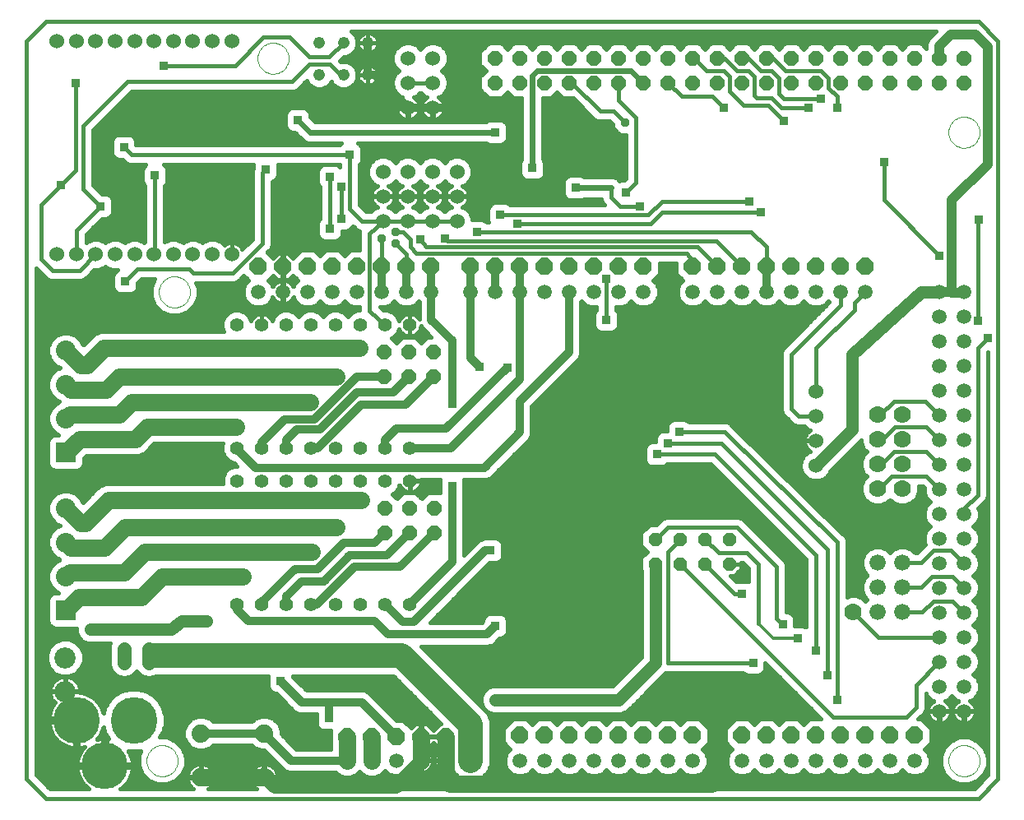
<source format=gbl>
G75*
G70*
%OFA0B0*%
%FSLAX24Y24*%
%IPPOS*%
%LPD*%
%AMOC8*
5,1,8,0,0,1.08239X$1,22.5*
%
%ADD10C,0.0160*%
%ADD11C,0.0000*%
%ADD12C,0.0600*%
%ADD13C,0.0594*%
%ADD14OC8,0.0600*%
%ADD15C,0.0700*%
%ADD16OC8,0.0560*%
%ADD17C,0.0554*%
%ADD18C,0.1890*%
%ADD19C,0.0560*%
%ADD20R,0.0800X0.0800*%
%ADD21C,0.0800*%
%ADD22C,0.0860*%
%ADD23C,0.0740*%
%ADD24C,0.0476*%
%ADD25OC8,0.0700*%
%ADD26C,0.0660*%
%ADD27C,0.0700*%
%ADD28C,0.0320*%
%ADD29R,0.0356X0.0356*%
%ADD30OC8,0.0356*%
%ADD31C,0.0240*%
%ADD32C,0.0400*%
%ADD33C,0.0500*%
%ADD34C,0.0120*%
%ADD35C,0.1000*%
D10*
X001915Y001160D02*
X002702Y000373D01*
X040498Y000373D01*
X041285Y001160D01*
X041285Y031082D01*
X040498Y031869D01*
X002702Y031869D01*
X001915Y031082D01*
X001915Y001160D01*
X002315Y001326D02*
X002315Y021857D01*
X002738Y021434D01*
X002885Y021373D01*
X003045Y021373D01*
X004145Y021373D01*
X004292Y021434D01*
X004404Y021546D01*
X004658Y021800D01*
X004845Y021800D01*
X005073Y021895D01*
X005116Y021937D01*
X005158Y021895D01*
X005386Y021800D01*
X005623Y021800D01*
X005556Y021772D01*
X005466Y021682D01*
X005417Y021565D01*
X005417Y021081D01*
X005466Y020964D01*
X005556Y020874D01*
X005673Y020825D01*
X006157Y020825D01*
X006965Y020825D01*
X006965Y020715D02*
X007110Y020366D01*
X007377Y020099D01*
X007726Y019954D01*
X008104Y019954D01*
X008453Y020099D01*
X008720Y020366D01*
X008865Y020715D01*
X008865Y021093D01*
X008790Y021273D01*
X010345Y021273D01*
X010492Y021334D01*
X010604Y021446D01*
X010724Y021566D01*
X010914Y021376D01*
X010792Y021254D01*
X010698Y021027D01*
X010698Y020782D01*
X010792Y020555D01*
X010966Y020381D01*
X011192Y020288D01*
X011438Y020288D01*
X011664Y020381D01*
X011838Y020555D01*
X011892Y020685D01*
X011907Y020654D01*
X011951Y020594D01*
X012004Y020541D01*
X012065Y020497D01*
X012132Y020462D01*
X012203Y020439D01*
X012277Y020428D01*
X012296Y020428D01*
X012296Y020886D01*
X012333Y020886D01*
X012333Y020428D01*
X012352Y020428D01*
X012427Y020439D01*
X012498Y020462D01*
X012565Y020497D01*
X012626Y020541D01*
X012679Y020594D01*
X012723Y020654D01*
X012738Y020685D01*
X012792Y020555D01*
X012966Y020381D01*
X013192Y020288D01*
X013438Y020288D01*
X013664Y020381D01*
X013815Y020532D01*
X013966Y020381D01*
X014192Y020288D01*
X014438Y020288D01*
X014664Y020381D01*
X014815Y020532D01*
X014966Y020381D01*
X015192Y020288D01*
X015415Y020288D01*
X015415Y020218D01*
X015412Y020210D01*
X015414Y020167D01*
X015324Y020167D01*
X015104Y020076D01*
X014943Y019914D01*
X014781Y020076D01*
X014561Y020167D01*
X014324Y020167D01*
X014104Y020076D01*
X013943Y019914D01*
X013781Y020076D01*
X013561Y020167D01*
X013324Y020167D01*
X013104Y020076D01*
X012943Y019914D01*
X012781Y020076D01*
X012561Y020167D01*
X012324Y020167D01*
X012104Y020076D01*
X011936Y019908D01*
X011867Y019742D01*
X011866Y019745D01*
X011834Y019809D01*
X011791Y019868D01*
X011740Y019918D01*
X011682Y019961D01*
X011618Y019993D01*
X011550Y020016D01*
X011479Y020027D01*
X011451Y020027D01*
X011451Y019579D01*
X011434Y019579D01*
X011434Y020027D01*
X011407Y020027D01*
X011335Y020016D01*
X011267Y019993D01*
X011203Y019961D01*
X011145Y019918D01*
X011094Y019868D01*
X011052Y019809D01*
X011019Y019745D01*
X011018Y019742D01*
X010949Y019908D01*
X010781Y020076D01*
X010561Y020167D01*
X010324Y020167D01*
X010104Y020076D01*
X009936Y019908D01*
X009845Y019689D01*
X009845Y019451D01*
X009911Y019293D01*
X004916Y019293D01*
X004670Y019191D01*
X004481Y019002D01*
X004232Y018753D01*
X004175Y018810D01*
X004125Y018930D01*
X003923Y019133D01*
X003658Y019242D01*
X003372Y019242D01*
X003107Y019133D01*
X002905Y018930D01*
X002795Y018666D01*
X002795Y018379D01*
X002905Y018115D01*
X003107Y017912D01*
X003228Y017862D01*
X003268Y017822D01*
X003107Y017755D01*
X002905Y017552D01*
X002795Y017288D01*
X002795Y017001D01*
X002905Y016737D01*
X003107Y016534D01*
X003228Y016484D01*
X003256Y016456D01*
X003228Y016427D01*
X003107Y016377D01*
X002905Y016174D01*
X002795Y015910D01*
X002795Y015623D01*
X002905Y015359D01*
X003107Y015156D01*
X003222Y015109D01*
X003051Y015109D01*
X002934Y015060D01*
X002844Y014970D01*
X002795Y014852D01*
X002795Y013925D01*
X002844Y013807D01*
X002934Y013717D01*
X003051Y013669D01*
X003979Y013669D01*
X004096Y013717D01*
X004186Y013807D01*
X004235Y013925D01*
X004235Y014161D01*
X004342Y014269D01*
X006197Y014269D01*
X006464Y014269D01*
X006710Y014371D01*
X007092Y014753D01*
X009872Y014753D01*
X009845Y014689D01*
X009845Y014451D01*
X009936Y014231D01*
X010104Y014064D01*
X010324Y013973D01*
X010336Y013973D01*
X010461Y013848D01*
X010343Y013848D01*
X010124Y013757D01*
X009956Y013589D01*
X009865Y013370D01*
X009865Y013143D01*
X005113Y013143D01*
X004867Y013041D01*
X004678Y012852D01*
X004208Y012383D01*
X004175Y012416D01*
X004125Y012537D01*
X003923Y012739D01*
X003658Y012849D01*
X003372Y012849D01*
X003107Y012739D01*
X002905Y012537D01*
X002795Y012272D01*
X002795Y011986D01*
X002905Y011721D01*
X003107Y011518D01*
X003228Y011468D01*
X003268Y011428D01*
X003107Y011361D01*
X002905Y011159D01*
X002795Y010894D01*
X002795Y010608D01*
X002905Y010343D01*
X003107Y010140D01*
X003228Y010090D01*
X003256Y010062D01*
X003228Y010033D01*
X003107Y009983D01*
X002905Y009781D01*
X002795Y009516D01*
X002795Y009230D01*
X002905Y008965D01*
X003107Y008763D01*
X003222Y008715D01*
X003051Y008715D01*
X002934Y008666D01*
X002844Y008576D01*
X002795Y008459D01*
X002315Y008459D01*
X002315Y008617D02*
X002885Y008617D01*
X002795Y008459D02*
X002795Y007531D01*
X002844Y007414D01*
X002934Y007324D01*
X003051Y007275D01*
X003945Y007275D01*
X003945Y007109D01*
X004032Y006900D01*
X004064Y006868D01*
X004066Y006864D01*
X004156Y006774D01*
X004160Y006772D01*
X004192Y006740D01*
X004402Y006653D01*
X005324Y006653D01*
X005286Y006562D01*
X005286Y005763D01*
X005378Y005543D01*
X005546Y005374D01*
X005767Y005283D01*
X006006Y005283D01*
X006226Y005374D01*
X006386Y005534D01*
X006546Y005374D01*
X006767Y005283D01*
X007006Y005283D01*
X007150Y005343D01*
X007288Y005343D01*
X011717Y005343D01*
X011717Y004881D01*
X011766Y004764D01*
X011856Y004674D01*
X011973Y004625D01*
X012034Y004625D01*
X012793Y003866D01*
X012969Y003793D01*
X013160Y003793D01*
X013667Y003793D01*
X013667Y003381D01*
X013716Y003264D01*
X013806Y003174D01*
X013923Y003125D01*
X014245Y003125D01*
X014245Y002595D01*
X014245Y002384D01*
X012852Y002384D01*
X012235Y003002D01*
X012235Y003150D01*
X012130Y003404D01*
X011936Y003598D01*
X011682Y003703D01*
X011408Y003703D01*
X011154Y003598D01*
X011049Y003493D01*
X009481Y003493D01*
X009376Y003598D01*
X009122Y003703D01*
X008848Y003703D01*
X008594Y003598D01*
X008400Y003404D01*
X008295Y003150D01*
X008295Y002876D01*
X008400Y002622D01*
X008594Y002428D01*
X008848Y002323D01*
X009122Y002323D01*
X009376Y002428D01*
X009481Y002533D01*
X011049Y002533D01*
X011154Y002428D01*
X011408Y002323D01*
X011556Y002323D01*
X012382Y001497D01*
X012558Y001424D01*
X012749Y001424D01*
X014447Y001424D01*
X014535Y001336D01*
X014782Y001234D01*
X015048Y001234D01*
X015294Y001336D01*
X015415Y001457D01*
X015535Y001336D01*
X015782Y001234D01*
X016048Y001234D01*
X016294Y001336D01*
X016453Y001494D01*
X016566Y001381D01*
X016792Y001288D01*
X017038Y001288D01*
X017264Y001381D01*
X017438Y001555D01*
X017492Y001685D01*
X017507Y001654D01*
X017551Y001594D01*
X017604Y001541D01*
X017665Y001497D01*
X017732Y001462D01*
X017803Y001439D01*
X017877Y001428D01*
X017896Y001428D01*
X017896Y001886D01*
X017933Y001886D01*
X017933Y001428D01*
X017952Y001428D01*
X018027Y001439D01*
X018098Y001462D01*
X018165Y001497D01*
X018226Y001541D01*
X018279Y001594D01*
X018323Y001654D01*
X018357Y001721D01*
X018380Y001793D01*
X018392Y001867D01*
X018392Y001886D01*
X017934Y001886D01*
X017934Y001923D01*
X018392Y001923D01*
X018392Y001942D01*
X018380Y002016D01*
X018357Y002087D01*
X018323Y002154D01*
X018279Y002215D01*
X018226Y002268D01*
X018165Y002312D01*
X018105Y002343D01*
X018134Y002343D01*
X018415Y002623D01*
X018695Y002343D01*
X018725Y002343D01*
X018665Y002312D01*
X018604Y002268D01*
X018551Y002215D01*
X018507Y002154D01*
X018473Y002087D01*
X018450Y002016D01*
X018438Y001942D01*
X018438Y001923D01*
X018896Y001923D01*
X018896Y001886D01*
X018438Y001886D01*
X018438Y001867D01*
X018450Y001793D01*
X018473Y001721D01*
X018507Y001654D01*
X018551Y001594D01*
X018604Y001541D01*
X018665Y001497D01*
X018732Y001462D01*
X018803Y001439D01*
X018877Y001428D01*
X018896Y001428D01*
X018896Y001886D01*
X018933Y001886D01*
X018933Y001428D01*
X018952Y001428D01*
X019027Y001439D01*
X019098Y001462D01*
X019165Y001497D01*
X019189Y001514D01*
X019220Y001440D01*
X019450Y001209D01*
X019752Y001084D01*
X020078Y001084D01*
X020379Y001209D01*
X020610Y001440D01*
X020735Y001741D01*
X020735Y003536D01*
X020610Y003837D01*
X020379Y004068D01*
X017905Y006543D01*
X020469Y006543D01*
X020660Y006543D01*
X020837Y006616D01*
X021096Y006875D01*
X021157Y006875D01*
X021274Y006924D01*
X021364Y007014D01*
X021413Y007131D01*
X021413Y007615D01*
X021364Y007732D01*
X021274Y007822D01*
X021157Y007871D01*
X020673Y007871D01*
X020556Y007822D01*
X020466Y007732D01*
X020417Y007615D01*
X020417Y007554D01*
X020366Y007503D01*
X018274Y007503D01*
X020696Y009925D01*
X020957Y009925D01*
X021074Y009974D01*
X021164Y010064D01*
X021213Y010181D01*
X021213Y010665D01*
X021164Y010782D01*
X021074Y010872D01*
X020957Y010921D01*
X020473Y010921D01*
X020429Y010903D01*
X020419Y010903D01*
X020243Y010830D01*
X019645Y010232D01*
X019645Y012737D01*
X019663Y012781D01*
X019663Y013265D01*
X019651Y013293D01*
X020369Y013293D01*
X020560Y013293D01*
X020737Y013366D01*
X022187Y014816D01*
X022322Y014951D01*
X022395Y015127D01*
X022395Y016274D01*
X024187Y018066D01*
X024322Y018201D01*
X024395Y018377D01*
X024395Y020512D01*
X024415Y020532D01*
X024566Y020381D01*
X024792Y020288D01*
X025015Y020288D01*
X025015Y020182D01*
X024966Y020132D01*
X024917Y020015D01*
X024917Y019531D01*
X024966Y019414D01*
X025056Y019324D01*
X025173Y019275D01*
X025657Y019275D01*
X025774Y019324D01*
X025864Y019414D01*
X025913Y019531D01*
X025913Y020015D01*
X025864Y020132D01*
X025815Y020182D01*
X025815Y020288D01*
X026038Y020288D01*
X026264Y020381D01*
X026415Y020532D01*
X026566Y020381D01*
X026792Y020288D01*
X027038Y020288D01*
X027264Y020381D01*
X027438Y020555D01*
X027532Y020782D01*
X027532Y021027D01*
X027438Y021254D01*
X027316Y021376D01*
X027585Y021645D01*
X027585Y022073D01*
X028245Y022073D01*
X028245Y021645D01*
X028514Y021376D01*
X028392Y021254D01*
X028298Y021027D01*
X028298Y020782D01*
X028392Y020555D01*
X028566Y020381D01*
X028792Y020288D01*
X029038Y020288D01*
X029264Y020381D01*
X029415Y020532D01*
X029566Y020381D01*
X029792Y020288D01*
X030038Y020288D01*
X030264Y020381D01*
X030415Y020532D01*
X030566Y020381D01*
X030792Y020288D01*
X031038Y020288D01*
X031264Y020381D01*
X031415Y020532D01*
X031566Y020381D01*
X031792Y020288D01*
X032038Y020288D01*
X032264Y020381D01*
X032415Y020532D01*
X032566Y020381D01*
X032792Y020288D01*
X033038Y020288D01*
X033264Y020381D01*
X033415Y020532D01*
X033566Y020381D01*
X033792Y020288D01*
X034038Y020288D01*
X034264Y020381D01*
X034415Y020532D01*
X034462Y020485D01*
X032576Y018599D01*
X032515Y018452D01*
X032515Y018293D01*
X032515Y016252D01*
X032515Y016093D01*
X032576Y015946D01*
X032876Y015646D01*
X032988Y015534D01*
X033135Y015473D01*
X033438Y015473D01*
X033564Y015347D01*
X033688Y015296D01*
X033663Y015283D01*
X033602Y015239D01*
X033549Y015186D01*
X033504Y015124D01*
X033470Y015057D01*
X033447Y014985D01*
X033435Y014911D01*
X033435Y014893D01*
X033895Y014893D01*
X033895Y014853D01*
X033435Y014853D01*
X033435Y014835D01*
X033447Y014760D01*
X033470Y014689D01*
X033504Y014621D01*
X033549Y014560D01*
X033602Y014507D01*
X033663Y014462D01*
X033687Y014451D01*
X033684Y014448D01*
X033564Y014399D01*
X033389Y014224D01*
X033295Y013996D01*
X033295Y013750D01*
X033389Y013522D01*
X033564Y013347D01*
X033792Y013253D01*
X034038Y013253D01*
X034266Y013347D01*
X034441Y013522D01*
X034491Y013642D01*
X035745Y014897D01*
X035745Y014790D01*
X035847Y014543D01*
X035967Y014423D01*
X035847Y014302D01*
X035745Y014056D01*
X035745Y013790D01*
X035847Y013543D01*
X035967Y013423D01*
X035847Y013302D01*
X035745Y013056D01*
X035745Y012790D01*
X035847Y012543D01*
X036035Y012355D01*
X036282Y012253D01*
X036548Y012253D01*
X036794Y012355D01*
X036915Y012475D01*
X037035Y012355D01*
X037282Y012253D01*
X037548Y012253D01*
X037794Y012355D01*
X037983Y012543D01*
X038085Y012790D01*
X038085Y013023D01*
X038231Y013023D01*
X038298Y012956D01*
X038298Y012782D01*
X038392Y012555D01*
X038543Y012404D01*
X038392Y012254D01*
X038298Y012027D01*
X038298Y011782D01*
X038392Y011555D01*
X038543Y011404D01*
X038392Y011254D01*
X038298Y011027D01*
X038298Y010782D01*
X038345Y010669D01*
X038326Y010649D01*
X037999Y010323D01*
X037934Y010323D01*
X037783Y010474D01*
X037544Y010573D01*
X037286Y010573D01*
X037047Y010474D01*
X036915Y010342D01*
X036783Y010474D01*
X036544Y010573D01*
X036286Y010573D01*
X036047Y010474D01*
X035864Y010291D01*
X035765Y010052D01*
X035765Y009794D01*
X035864Y009555D01*
X035996Y009423D01*
X035864Y009291D01*
X035765Y009052D01*
X035765Y008794D01*
X035864Y008555D01*
X035996Y008423D01*
X035929Y008356D01*
X035794Y008491D01*
X035548Y008593D01*
X035282Y008593D01*
X035165Y008544D01*
X035165Y010696D01*
X035166Y010698D01*
X035165Y010776D01*
X035165Y010852D01*
X035164Y010855D01*
X035164Y010857D01*
X035134Y010928D01*
X035104Y010999D01*
X035102Y011001D01*
X035101Y011003D01*
X035046Y011058D01*
X034992Y011112D01*
X034989Y011113D01*
X030495Y015508D01*
X030442Y015562D01*
X030439Y015563D01*
X030438Y015564D01*
X030365Y015594D01*
X030295Y015623D01*
X030292Y015623D01*
X030290Y015624D01*
X030212Y015623D01*
X028774Y015623D01*
X028724Y015672D01*
X028607Y015721D01*
X028123Y015721D01*
X028006Y015672D01*
X027916Y015582D01*
X027867Y015465D01*
X027867Y015271D01*
X027673Y015271D01*
X027556Y015222D01*
X027466Y015132D01*
X027417Y015015D01*
X027417Y014821D01*
X027223Y014821D01*
X027106Y014772D01*
X027016Y014682D01*
X026967Y014565D01*
X026967Y014081D01*
X027016Y013964D01*
X027106Y013874D01*
X027223Y013825D01*
X027707Y013825D01*
X027824Y013874D01*
X027874Y013923D01*
X029649Y013923D01*
X033515Y010057D01*
X033515Y007326D01*
X033407Y007371D01*
X033063Y007371D01*
X033063Y007665D01*
X033014Y007782D01*
X032924Y007872D01*
X032807Y007921D01*
X032715Y007921D01*
X032715Y009852D01*
X032654Y009999D01*
X032542Y010112D01*
X030942Y011712D01*
X030795Y011773D01*
X030635Y011773D01*
X027835Y011773D01*
X027688Y011712D01*
X027576Y011599D01*
X027449Y011473D01*
X027166Y011473D01*
X026815Y011121D01*
X026815Y010624D01*
X027066Y010373D01*
X026815Y010121D01*
X026815Y009624D01*
X026845Y009594D01*
X026845Y006109D01*
X025679Y004943D01*
X020802Y004943D01*
X020592Y004856D01*
X020560Y004824D01*
X020556Y004822D01*
X020466Y004732D01*
X020464Y004728D01*
X020432Y004696D01*
X020345Y004486D01*
X020345Y004259D01*
X020432Y004050D01*
X020464Y004018D01*
X020466Y004014D01*
X020556Y003924D01*
X020560Y003922D01*
X020592Y003890D01*
X020802Y003803D01*
X026028Y003803D01*
X026238Y003890D01*
X026398Y004050D01*
X027825Y005477D01*
X027835Y005473D01*
X027995Y005473D01*
X030956Y005473D01*
X031006Y005424D01*
X031123Y005375D01*
X031607Y005375D01*
X031724Y005424D01*
X031814Y005514D01*
X031863Y005631D01*
X031863Y005859D01*
X034129Y003593D01*
X033637Y003593D01*
X033415Y003370D01*
X033192Y003593D01*
X032637Y003593D01*
X032415Y003370D01*
X032192Y003593D01*
X031637Y003593D01*
X031415Y003370D01*
X031192Y003593D01*
X030637Y003593D01*
X030245Y003200D01*
X030245Y002645D01*
X030514Y002376D01*
X030392Y002254D01*
X030298Y002027D01*
X030298Y001782D01*
X030392Y001555D01*
X030566Y001381D01*
X030792Y001288D01*
X031038Y001288D01*
X031264Y001381D01*
X031415Y001532D01*
X031566Y001381D01*
X031792Y001288D01*
X032038Y001288D01*
X032264Y001381D01*
X032415Y001532D01*
X032566Y001381D01*
X032792Y001288D01*
X033038Y001288D01*
X033264Y001381D01*
X033415Y001532D01*
X033566Y001381D01*
X033792Y001288D01*
X034038Y001288D01*
X034264Y001381D01*
X034415Y001532D01*
X034566Y001381D01*
X034792Y001288D01*
X035038Y001288D01*
X035264Y001381D01*
X035415Y001532D01*
X035566Y001381D01*
X035792Y001288D01*
X036038Y001288D01*
X036264Y001381D01*
X036415Y001532D01*
X036566Y001381D01*
X036792Y001288D01*
X037038Y001288D01*
X037264Y001381D01*
X037415Y001532D01*
X037566Y001381D01*
X037792Y001288D01*
X038038Y001288D01*
X038264Y001381D01*
X038438Y001555D01*
X038532Y001782D01*
X038532Y002027D01*
X038438Y002254D01*
X038316Y002376D01*
X038585Y002645D01*
X038585Y003200D01*
X038192Y003593D01*
X038051Y003593D01*
X038304Y003846D01*
X038365Y003993D01*
X038365Y004152D01*
X038365Y004620D01*
X038392Y004555D01*
X038566Y004381D01*
X038695Y004328D01*
X038665Y004312D01*
X038604Y004268D01*
X038551Y004215D01*
X038507Y004154D01*
X038473Y004087D01*
X038450Y004016D01*
X038438Y003942D01*
X038438Y003923D01*
X038896Y003923D01*
X038896Y003886D01*
X038438Y003886D01*
X038438Y003867D01*
X038450Y003793D01*
X038473Y003721D01*
X038507Y003654D01*
X038551Y003594D01*
X038604Y003541D01*
X038665Y003497D01*
X038732Y003462D01*
X038803Y003439D01*
X038877Y003428D01*
X038896Y003428D01*
X038896Y003886D01*
X038933Y003886D01*
X038933Y003428D01*
X038952Y003428D01*
X039027Y003439D01*
X039098Y003462D01*
X039165Y003497D01*
X039226Y003541D01*
X039279Y003594D01*
X039323Y003654D01*
X039357Y003721D01*
X039380Y003793D01*
X039392Y003867D01*
X039392Y003886D01*
X038934Y003886D01*
X038934Y003923D01*
X039392Y003923D01*
X039392Y003942D01*
X039380Y004016D01*
X039357Y004087D01*
X039323Y004154D01*
X039279Y004215D01*
X039226Y004268D01*
X039165Y004312D01*
X039134Y004328D01*
X039264Y004381D01*
X039415Y004532D01*
X039566Y004381D01*
X039695Y004328D01*
X039665Y004312D01*
X039604Y004268D01*
X039551Y004215D01*
X039507Y004154D01*
X039473Y004087D01*
X039450Y004016D01*
X039438Y003942D01*
X039438Y003923D01*
X039896Y003923D01*
X039896Y003886D01*
X039438Y003886D01*
X039438Y003867D01*
X039450Y003793D01*
X039473Y003721D01*
X039507Y003654D01*
X039551Y003594D01*
X039604Y003541D01*
X039665Y003497D01*
X039732Y003462D01*
X039803Y003439D01*
X039877Y003428D01*
X039896Y003428D01*
X039896Y003886D01*
X039933Y003886D01*
X039933Y003428D01*
X039952Y003428D01*
X040027Y003439D01*
X040098Y003462D01*
X040165Y003497D01*
X040226Y003541D01*
X040279Y003594D01*
X040323Y003654D01*
X040357Y003721D01*
X040380Y003793D01*
X040392Y003867D01*
X040392Y003886D01*
X039934Y003886D01*
X039934Y003923D01*
X040392Y003923D01*
X040392Y003942D01*
X040380Y004016D01*
X040357Y004087D01*
X040323Y004154D01*
X040279Y004215D01*
X040226Y004268D01*
X040165Y004312D01*
X040134Y004328D01*
X040264Y004381D01*
X040438Y004555D01*
X040532Y004782D01*
X040532Y005027D01*
X040438Y005254D01*
X040287Y005404D01*
X040438Y005555D01*
X040532Y005782D01*
X040532Y006027D01*
X040438Y006254D01*
X040287Y006404D01*
X040438Y006555D01*
X040532Y006782D01*
X040532Y007027D01*
X040438Y007254D01*
X040287Y007404D01*
X040438Y007555D01*
X040532Y007782D01*
X040532Y008027D01*
X040438Y008254D01*
X040287Y008404D01*
X040438Y008555D01*
X040532Y008782D01*
X040532Y009027D01*
X040438Y009254D01*
X040287Y009404D01*
X040438Y009555D01*
X040532Y009782D01*
X040532Y010027D01*
X040438Y010254D01*
X040287Y010404D01*
X040438Y010555D01*
X040532Y010782D01*
X040532Y011027D01*
X040438Y011254D01*
X040287Y011404D01*
X040438Y011555D01*
X040532Y011782D01*
X040532Y012027D01*
X040489Y012131D01*
X040692Y012334D01*
X040804Y012446D01*
X040865Y012593D01*
X040865Y018457D01*
X040885Y018477D01*
X040885Y001326D01*
X040332Y000773D01*
X011847Y000773D01*
X011903Y000813D01*
X011964Y000875D01*
X012015Y000945D01*
X012055Y001022D01*
X012081Y001104D01*
X012095Y001190D01*
X012095Y001213D01*
X011565Y001213D01*
X011565Y001253D01*
X011525Y001253D01*
X011525Y001783D01*
X011502Y001783D01*
X011416Y001769D01*
X011334Y001743D01*
X011257Y001703D01*
X011187Y001652D01*
X011125Y001591D01*
X011075Y001521D01*
X011035Y001444D01*
X011009Y001362D01*
X010995Y001276D01*
X010995Y001253D01*
X011525Y001253D01*
X011525Y001213D01*
X010995Y001213D01*
X010995Y001190D01*
X011009Y001104D01*
X011035Y001022D01*
X011075Y000945D01*
X011125Y000875D01*
X011187Y000813D01*
X011242Y000773D01*
X009287Y000773D01*
X009343Y000813D01*
X009404Y000875D01*
X009455Y000945D01*
X009495Y001022D01*
X009521Y001104D01*
X009535Y001190D01*
X009535Y001213D01*
X009005Y001213D01*
X009005Y001253D01*
X008965Y001253D01*
X008965Y001783D01*
X008942Y001783D01*
X008856Y001769D01*
X008774Y001743D01*
X008697Y001703D01*
X008627Y001652D01*
X008565Y001591D01*
X008515Y001521D01*
X008475Y001444D01*
X008449Y001362D01*
X008435Y001276D01*
X008435Y001253D01*
X008965Y001253D01*
X008965Y001213D01*
X008435Y001213D01*
X008435Y001190D01*
X008449Y001104D01*
X008475Y001022D01*
X008515Y000945D01*
X008565Y000875D01*
X008627Y000813D01*
X008682Y000773D01*
X005727Y000773D01*
X005740Y000781D01*
X005839Y000860D01*
X005928Y000949D01*
X006007Y001048D01*
X006074Y001155D01*
X006129Y001269D01*
X006171Y001388D01*
X006199Y001511D01*
X006211Y001620D01*
X005168Y001620D01*
X005168Y001780D01*
X005008Y001780D01*
X005008Y002823D01*
X004899Y002810D01*
X004776Y002782D01*
X004766Y002779D01*
X004786Y002799D01*
X004865Y002898D01*
X004932Y003005D01*
X004987Y003119D01*
X005029Y003238D01*
X005036Y003267D01*
X005091Y003062D01*
X005233Y002815D01*
X005168Y002823D01*
X005168Y001780D01*
X006211Y001780D01*
X006199Y001888D01*
X006171Y002012D01*
X006129Y002131D01*
X006074Y002245D01*
X006038Y002303D01*
X006103Y002285D01*
X006436Y002285D01*
X006558Y002318D01*
X006465Y002093D01*
X006465Y001715D01*
X006610Y001366D01*
X006877Y001099D01*
X007226Y000954D01*
X007604Y000954D01*
X007953Y001099D01*
X008220Y001366D01*
X008365Y001715D01*
X008365Y002093D01*
X008220Y002442D01*
X007953Y002710D01*
X007604Y002854D01*
X007328Y002854D01*
X007448Y003062D01*
X007534Y003384D01*
X007534Y003717D01*
X007448Y004038D01*
X007281Y004327D01*
X007046Y004562D01*
X006758Y004729D01*
X006436Y004815D01*
X006103Y004815D01*
X005781Y004729D01*
X005493Y004562D01*
X005257Y004327D01*
X005091Y004038D01*
X005036Y003833D01*
X005029Y003862D01*
X004987Y003981D01*
X004932Y004095D01*
X004865Y004202D01*
X004786Y004301D01*
X004697Y004390D01*
X004598Y004469D01*
X004491Y004536D01*
X004378Y004591D01*
X004258Y004633D01*
X004135Y004661D01*
X004094Y004665D01*
X004094Y004685D01*
X003503Y004685D01*
X003503Y004722D01*
X003466Y004722D01*
X003466Y005313D01*
X003436Y005313D01*
X003341Y005298D01*
X003250Y005269D01*
X003165Y005225D01*
X003087Y005168D01*
X003019Y005101D01*
X002963Y005023D01*
X002919Y004937D01*
X002889Y004846D01*
X002874Y004751D01*
X002874Y004722D01*
X003466Y004722D01*
X003466Y004685D01*
X002874Y004685D01*
X002874Y004655D01*
X002889Y004560D01*
X002919Y004469D01*
X002963Y004384D01*
X003019Y004306D01*
X003070Y004255D01*
X003028Y004202D01*
X002960Y004095D01*
X002906Y003981D01*
X002864Y003862D01*
X002836Y003739D01*
X002823Y003630D01*
X003866Y003630D01*
X003866Y003470D01*
X002823Y003470D01*
X002836Y003361D01*
X002864Y003238D01*
X002906Y003119D01*
X002960Y003005D01*
X003028Y002898D01*
X003106Y002799D01*
X003196Y002710D01*
X003294Y002631D01*
X003401Y002564D01*
X003515Y002509D01*
X003635Y002467D01*
X003758Y002439D01*
X003866Y002427D01*
X003866Y003470D01*
X004026Y003470D01*
X004026Y002427D01*
X004135Y002439D01*
X004258Y002467D01*
X004269Y002471D01*
X004248Y002450D01*
X004169Y002352D01*
X004102Y002245D01*
X004047Y002131D01*
X004006Y002012D01*
X003977Y001888D01*
X003965Y001780D01*
X005008Y001780D01*
X005008Y001620D01*
X003965Y001620D01*
X003977Y001511D01*
X004006Y001388D01*
X004047Y001269D01*
X004102Y001155D01*
X004169Y001048D01*
X004248Y000949D01*
X004337Y000860D01*
X004436Y000781D01*
X004449Y000773D01*
X002868Y000773D01*
X002315Y001326D01*
X002317Y001324D02*
X004028Y001324D01*
X003984Y001483D02*
X002315Y001483D01*
X002315Y001641D02*
X005008Y001641D01*
X005008Y001800D02*
X005168Y001800D01*
X005168Y001958D02*
X005008Y001958D01*
X005008Y002117D02*
X005168Y002117D01*
X005168Y002275D02*
X005008Y002275D01*
X005008Y002434D02*
X005168Y002434D01*
X005168Y002593D02*
X005008Y002593D01*
X005008Y002751D02*
X005168Y002751D01*
X005178Y002910D02*
X004872Y002910D01*
X004963Y003068D02*
X005089Y003068D01*
X005046Y003227D02*
X005025Y003227D01*
X005029Y003861D02*
X005043Y003861D01*
X005086Y004019D02*
X004969Y004019D01*
X004880Y004178D02*
X005171Y004178D01*
X005267Y004336D02*
X004751Y004336D01*
X004557Y004495D02*
X005425Y004495D01*
X005651Y004654D02*
X004167Y004654D01*
X004094Y004722D02*
X004094Y004751D01*
X004079Y004846D01*
X004050Y004937D01*
X004006Y005023D01*
X003949Y005101D01*
X003882Y005168D01*
X003804Y005225D01*
X003718Y005269D01*
X003627Y005298D01*
X003532Y005313D01*
X003503Y005313D01*
X003503Y004722D01*
X004094Y004722D01*
X004085Y004812D02*
X006092Y004812D01*
X006446Y004812D02*
X011745Y004812D01*
X011717Y004971D02*
X004033Y004971D01*
X003921Y005129D02*
X011717Y005129D01*
X011717Y005288D02*
X007018Y005288D01*
X006755Y005288D02*
X006018Y005288D01*
X005755Y005288D02*
X003659Y005288D01*
X003633Y005331D02*
X003909Y005445D01*
X004120Y005656D01*
X004234Y005932D01*
X004234Y006230D01*
X004120Y006506D01*
X003909Y006717D01*
X003633Y006831D01*
X003335Y006831D01*
X003059Y006717D01*
X002848Y006506D01*
X002734Y006230D01*
X002734Y005932D01*
X002848Y005656D01*
X003059Y005445D01*
X003335Y005331D01*
X003633Y005331D01*
X003503Y005288D02*
X003466Y005288D01*
X003309Y005288D02*
X002315Y005288D01*
X002315Y005446D02*
X003058Y005446D01*
X002900Y005605D02*
X002315Y005605D01*
X002315Y005763D02*
X002804Y005763D01*
X002738Y005922D02*
X002315Y005922D01*
X002315Y006080D02*
X002734Y006080D01*
X002738Y006239D02*
X002315Y006239D01*
X002315Y006398D02*
X002804Y006398D01*
X002899Y006556D02*
X002315Y006556D01*
X002315Y006715D02*
X003057Y006715D01*
X002909Y007349D02*
X002315Y007349D01*
X002315Y007507D02*
X002805Y007507D01*
X002795Y007666D02*
X002315Y007666D01*
X002315Y007824D02*
X002795Y007824D01*
X002795Y007983D02*
X002315Y007983D01*
X002315Y008142D02*
X002795Y008142D01*
X002795Y008300D02*
X002315Y008300D01*
X002315Y008776D02*
X003094Y008776D01*
X002935Y008934D02*
X002315Y008934D01*
X002315Y009093D02*
X002852Y009093D01*
X002795Y009251D02*
X002315Y009251D01*
X002315Y009410D02*
X002795Y009410D01*
X002817Y009568D02*
X002315Y009568D01*
X002315Y009727D02*
X002882Y009727D01*
X003009Y009886D02*
X002315Y009886D01*
X002315Y010044D02*
X003239Y010044D01*
X003045Y010203D02*
X002315Y010203D01*
X002315Y010361D02*
X002897Y010361D01*
X002831Y010520D02*
X002315Y010520D01*
X002315Y010678D02*
X002795Y010678D01*
X002795Y010837D02*
X002315Y010837D01*
X002315Y010995D02*
X002837Y010995D01*
X002903Y011154D02*
X002315Y011154D01*
X002315Y011312D02*
X003058Y011312D01*
X003222Y011471D02*
X002315Y011471D01*
X002315Y011629D02*
X002996Y011629D01*
X002877Y011788D02*
X002315Y011788D01*
X002315Y011947D02*
X002811Y011947D01*
X002795Y012105D02*
X002315Y012105D01*
X002315Y012264D02*
X002795Y012264D01*
X002857Y012422D02*
X002315Y012422D01*
X002315Y012581D02*
X002949Y012581D01*
X003107Y012739D02*
X002315Y012739D01*
X002315Y012898D02*
X004724Y012898D01*
X004565Y012739D02*
X003923Y012739D01*
X004081Y012581D02*
X004406Y012581D01*
X004248Y012422D02*
X004173Y012422D01*
X004904Y013056D02*
X002315Y013056D01*
X002315Y013215D02*
X009865Y013215D01*
X009867Y013373D02*
X002315Y013373D01*
X002315Y013532D02*
X009932Y013532D01*
X010057Y013691D02*
X004031Y013691D01*
X004203Y013849D02*
X010460Y013849D01*
X010239Y014008D02*
X004235Y014008D01*
X004240Y014166D02*
X010002Y014166D01*
X009898Y014325D02*
X006599Y014325D01*
X006823Y014483D02*
X009845Y014483D01*
X009845Y014642D02*
X006981Y014642D01*
X003201Y015117D02*
X002315Y015117D01*
X002315Y014959D02*
X002839Y014959D01*
X002795Y014800D02*
X002315Y014800D01*
X002315Y014642D02*
X002795Y014642D01*
X002795Y014483D02*
X002315Y014483D01*
X002315Y014325D02*
X002795Y014325D01*
X002795Y014166D02*
X002315Y014166D01*
X002315Y014008D02*
X002795Y014008D01*
X002826Y013849D02*
X002315Y013849D01*
X002315Y013691D02*
X002998Y013691D01*
X002987Y015276D02*
X002315Y015276D01*
X002315Y015435D02*
X002873Y015435D01*
X002807Y015593D02*
X002315Y015593D01*
X002315Y015752D02*
X002795Y015752D01*
X002795Y015910D02*
X002315Y015910D01*
X002315Y016069D02*
X002861Y016069D01*
X002957Y016227D02*
X002315Y016227D01*
X002315Y016386D02*
X003128Y016386D01*
X003097Y016544D02*
X002315Y016544D01*
X002315Y016703D02*
X002938Y016703D01*
X002853Y016861D02*
X002315Y016861D01*
X002315Y017020D02*
X002795Y017020D01*
X002795Y017179D02*
X002315Y017179D01*
X002315Y017337D02*
X002815Y017337D01*
X002881Y017496D02*
X002315Y017496D01*
X002315Y017654D02*
X003006Y017654D01*
X003247Y017813D02*
X002315Y017813D01*
X002315Y017971D02*
X003048Y017971D01*
X002898Y018130D02*
X002315Y018130D01*
X002315Y018288D02*
X002833Y018288D01*
X002795Y018447D02*
X002315Y018447D01*
X002315Y018605D02*
X002795Y018605D01*
X002836Y018764D02*
X002315Y018764D01*
X002315Y018922D02*
X002901Y018922D01*
X003055Y019081D02*
X002315Y019081D01*
X002315Y019240D02*
X003365Y019240D01*
X003665Y019240D02*
X004787Y019240D01*
X004560Y019081D02*
X003975Y019081D01*
X004129Y018922D02*
X004401Y018922D01*
X004481Y019002D02*
X004481Y019002D01*
X004243Y018764D02*
X004221Y018764D01*
X002315Y019398D02*
X009867Y019398D01*
X009845Y019557D02*
X002315Y019557D01*
X002315Y019715D02*
X009856Y019715D01*
X009922Y019874D02*
X002315Y019874D01*
X002315Y020032D02*
X007538Y020032D01*
X007285Y020191D02*
X002315Y020191D01*
X002315Y020349D02*
X007127Y020349D01*
X007051Y020508D02*
X002315Y020508D01*
X002315Y020666D02*
X006985Y020666D01*
X006965Y020715D02*
X006965Y021093D01*
X007102Y021423D01*
X006581Y021423D01*
X006413Y021255D01*
X006413Y021081D01*
X006364Y020964D01*
X006274Y020874D01*
X006157Y020825D01*
X006373Y020984D02*
X006965Y020984D01*
X006985Y021142D02*
X006413Y021142D01*
X006458Y021301D02*
X007051Y021301D01*
X006415Y021823D02*
X005915Y021323D01*
X005565Y021776D02*
X004634Y021776D01*
X004475Y021618D02*
X005439Y021618D01*
X005417Y021459D02*
X004317Y021459D01*
X004065Y021773D02*
X002965Y021773D01*
X002515Y022223D01*
X002515Y024423D01*
X003315Y025223D01*
X003915Y025823D01*
X003915Y029373D01*
X005276Y028118D02*
X012418Y028118D01*
X012417Y028115D02*
X012417Y027631D01*
X012466Y027514D01*
X012556Y027424D01*
X012673Y027375D01*
X012791Y027375D01*
X013166Y027000D01*
X013327Y026933D01*
X013502Y026933D01*
X014681Y026933D01*
X014656Y026922D01*
X014606Y026873D01*
X006363Y026873D01*
X006363Y027015D01*
X006314Y027132D01*
X006224Y027222D01*
X006107Y027271D01*
X005623Y027271D01*
X005506Y027222D01*
X005416Y027132D01*
X005367Y027015D01*
X005367Y026531D01*
X005416Y026414D01*
X005506Y026324D01*
X005623Y026275D01*
X005797Y026275D01*
X005938Y026134D01*
X006085Y026073D01*
X006245Y026073D01*
X006757Y026073D01*
X006756Y026072D01*
X006666Y025982D01*
X006617Y025865D01*
X006617Y025381D01*
X006666Y025264D01*
X006715Y025214D01*
X006715Y022928D01*
X006691Y022903D01*
X006648Y022946D01*
X006420Y023040D01*
X006174Y023040D01*
X005946Y022946D01*
X005903Y022903D01*
X005861Y022946D01*
X005633Y023040D01*
X005386Y023040D01*
X005158Y022946D01*
X005116Y022903D01*
X005073Y022946D01*
X004845Y023040D01*
X004599Y023040D01*
X004371Y022946D01*
X004335Y022909D01*
X004335Y023227D01*
X004983Y023875D01*
X005157Y023875D01*
X005274Y023924D01*
X005364Y024014D01*
X005413Y024131D01*
X005413Y024615D01*
X005364Y024732D01*
X005274Y024822D01*
X005157Y024871D01*
X004983Y024871D01*
X004615Y025239D01*
X004615Y027457D01*
X006181Y029023D01*
X012745Y029023D01*
X012892Y029084D01*
X013004Y029196D01*
X013272Y029464D01*
X013308Y029377D01*
X013465Y029220D01*
X013670Y029135D01*
X013892Y029135D01*
X014097Y029220D01*
X014254Y029377D01*
X014273Y029424D01*
X014292Y029377D01*
X014449Y029220D01*
X014654Y029135D01*
X014876Y029135D01*
X015081Y029220D01*
X015238Y029377D01*
X015323Y029582D01*
X015323Y029804D01*
X015238Y030009D01*
X015081Y030166D01*
X014876Y030251D01*
X014654Y030251D01*
X014653Y030250D01*
X014621Y030283D01*
X014773Y030434D01*
X014876Y030434D01*
X015081Y030519D01*
X015238Y030676D01*
X015323Y030881D01*
X015323Y031103D01*
X015238Y031308D01*
X015081Y031465D01*
X015071Y031469D01*
X038776Y031469D01*
X038474Y031167D01*
X038395Y030976D01*
X038395Y030770D01*
X038172Y030993D01*
X037658Y030993D01*
X037415Y030750D01*
X037172Y030993D01*
X036658Y030993D01*
X036415Y030750D01*
X036172Y030993D01*
X035658Y030993D01*
X035415Y030750D01*
X035172Y030993D01*
X034658Y030993D01*
X034415Y030750D01*
X034172Y030993D01*
X033658Y030993D01*
X033415Y030750D01*
X033172Y030993D01*
X032658Y030993D01*
X032415Y030750D01*
X032172Y030993D01*
X031658Y030993D01*
X031415Y030750D01*
X031172Y030993D01*
X030658Y030993D01*
X030415Y030750D01*
X030172Y030993D01*
X029658Y030993D01*
X029415Y030750D01*
X029172Y030993D01*
X028658Y030993D01*
X028415Y030750D01*
X028172Y030993D01*
X027658Y030993D01*
X027415Y030750D01*
X027172Y030993D01*
X026658Y030993D01*
X026415Y030750D01*
X026172Y030993D01*
X025658Y030993D01*
X025415Y030750D01*
X025172Y030993D01*
X024658Y030993D01*
X024415Y030750D01*
X024172Y030993D01*
X023658Y030993D01*
X023415Y030750D01*
X023172Y030993D01*
X022658Y030993D01*
X022415Y030750D01*
X022172Y030993D01*
X021658Y030993D01*
X021415Y030750D01*
X021172Y030993D01*
X020658Y030993D01*
X020295Y030630D01*
X020295Y030116D01*
X020538Y029873D01*
X020295Y029630D01*
X020295Y029116D01*
X020658Y028753D01*
X021172Y028753D01*
X021415Y028996D01*
X021658Y028753D01*
X021975Y028753D01*
X021975Y026292D01*
X021966Y026282D01*
X021917Y026165D01*
X021917Y025681D01*
X021966Y025564D01*
X022056Y025474D01*
X022173Y025425D01*
X022657Y025425D01*
X022774Y025474D01*
X022864Y025564D01*
X022913Y025681D01*
X022913Y026165D01*
X022864Y026282D01*
X022855Y026292D01*
X022855Y028753D01*
X023172Y028753D01*
X023415Y028996D01*
X023658Y028753D01*
X024069Y028753D01*
X024826Y027996D01*
X024938Y027884D01*
X025085Y027823D01*
X025549Y027823D01*
X025667Y027705D01*
X025667Y027567D01*
X025959Y027275D01*
X026215Y027275D01*
X026215Y025489D01*
X026147Y025421D01*
X025973Y025421D01*
X025949Y025411D01*
X025864Y025496D01*
X025702Y025563D01*
X024534Y025563D01*
X024524Y025572D01*
X024407Y025621D01*
X023923Y025621D01*
X023806Y025572D01*
X023716Y025482D01*
X023667Y025365D01*
X023667Y024881D01*
X023716Y024764D01*
X023806Y024674D01*
X023923Y024625D01*
X024407Y024625D01*
X024524Y024674D01*
X024534Y024683D01*
X025215Y024683D01*
X025215Y024643D01*
X025276Y024496D01*
X025349Y024423D01*
X021524Y024423D01*
X021474Y024472D01*
X021357Y024521D01*
X020873Y024521D01*
X020756Y024472D01*
X020666Y024382D01*
X020617Y024265D01*
X020617Y023781D01*
X020641Y023723D01*
X020574Y023723D01*
X020524Y023772D01*
X020407Y023821D01*
X019985Y023821D01*
X019985Y023896D01*
X019891Y024124D01*
X019716Y024299D01*
X019592Y024350D01*
X019616Y024362D01*
X019678Y024407D01*
X019731Y024460D01*
X019775Y024521D01*
X019810Y024589D01*
X019833Y024660D01*
X019845Y024735D01*
X019845Y024753D01*
X019385Y024753D01*
X019385Y024793D01*
X019845Y024793D01*
X019845Y024811D01*
X019833Y024885D01*
X019810Y024957D01*
X019775Y025024D01*
X019731Y025086D01*
X019678Y025139D01*
X019616Y025183D01*
X019592Y025196D01*
X019716Y025247D01*
X019891Y025422D01*
X019985Y025650D01*
X019985Y025896D01*
X019891Y026124D01*
X019716Y026299D01*
X019488Y026393D01*
X019242Y026393D01*
X019014Y026299D01*
X018865Y026150D01*
X018716Y026299D01*
X018488Y026393D01*
X018242Y026393D01*
X018014Y026299D01*
X017865Y026150D01*
X017716Y026299D01*
X017488Y026393D01*
X017242Y026393D01*
X017014Y026299D01*
X016865Y026150D01*
X016716Y026299D01*
X016488Y026393D01*
X016242Y026393D01*
X016014Y026299D01*
X015839Y026124D01*
X015745Y025896D01*
X015745Y025650D01*
X015839Y025422D01*
X016014Y025247D01*
X016138Y025196D01*
X016113Y025183D01*
X016052Y025139D01*
X015999Y025086D01*
X015954Y025024D01*
X015920Y024957D01*
X015897Y024885D01*
X015885Y024811D01*
X015885Y024793D01*
X016345Y024793D01*
X016345Y024753D01*
X015885Y024753D01*
X015885Y024735D01*
X015897Y024660D01*
X015920Y024589D01*
X015954Y024521D01*
X015999Y024460D01*
X016052Y024407D01*
X016113Y024362D01*
X016138Y024350D01*
X016014Y024299D01*
X015888Y024173D01*
X015681Y024173D01*
X015415Y024439D01*
X015415Y026064D01*
X015464Y026114D01*
X015513Y026231D01*
X015513Y026715D01*
X015464Y026832D01*
X015374Y026922D01*
X015349Y026933D01*
X020546Y026933D01*
X020556Y026924D01*
X020673Y026875D01*
X021157Y026875D01*
X021274Y026924D01*
X021364Y027014D01*
X021413Y027131D01*
X021413Y027615D01*
X021364Y027732D01*
X021274Y027822D01*
X021157Y027871D01*
X020673Y027871D01*
X020556Y027822D01*
X020546Y027813D01*
X013597Y027813D01*
X013413Y027997D01*
X013413Y028115D01*
X013364Y028232D01*
X013274Y028322D01*
X013157Y028371D01*
X012673Y028371D01*
X012556Y028322D01*
X012466Y028232D01*
X012417Y028115D01*
X012417Y027959D02*
X005117Y027959D01*
X004959Y027801D02*
X012417Y027801D01*
X012417Y027642D02*
X004800Y027642D01*
X004642Y027484D02*
X012495Y027484D01*
X012840Y027325D02*
X004615Y027325D01*
X004615Y027167D02*
X005450Y027167D01*
X005367Y027008D02*
X004615Y027008D01*
X004615Y026850D02*
X005367Y026850D01*
X005367Y026691D02*
X004615Y026691D01*
X004615Y026533D02*
X005367Y026533D01*
X005455Y026374D02*
X004615Y026374D01*
X004615Y026215D02*
X005857Y026215D01*
X006165Y026473D02*
X005865Y026773D01*
X006165Y026473D02*
X015015Y026473D01*
X015015Y024273D01*
X015515Y023773D01*
X016365Y023773D01*
X015815Y023273D01*
X015815Y020147D01*
X016443Y019570D01*
X016824Y020032D02*
X017835Y020032D01*
X017740Y019918D02*
X017682Y019961D01*
X017618Y019993D01*
X017550Y020016D01*
X017479Y020027D01*
X017451Y020027D01*
X017451Y019579D01*
X017434Y019579D01*
X017434Y020027D01*
X017407Y020027D01*
X017335Y020016D01*
X017267Y019993D01*
X017203Y019961D01*
X017145Y019918D01*
X017094Y019868D01*
X017052Y019809D01*
X017019Y019745D01*
X017018Y019742D01*
X016949Y019908D01*
X016781Y020076D01*
X016561Y020167D01*
X016384Y020167D01*
X016253Y020288D01*
X016438Y020288D01*
X016664Y020381D01*
X016815Y020532D01*
X016966Y020381D01*
X017192Y020288D01*
X017438Y020288D01*
X017664Y020381D01*
X017815Y020532D01*
X017835Y020512D01*
X017835Y019868D01*
X017835Y019806D01*
X017834Y019809D01*
X017791Y019868D01*
X017740Y019918D01*
X017785Y019874D02*
X017835Y019874D01*
X017835Y020191D02*
X016358Y020191D01*
X016587Y020349D02*
X017043Y020349D01*
X016839Y020508D02*
X016791Y020508D01*
X016963Y019874D02*
X017100Y019874D01*
X017434Y019874D02*
X017451Y019874D01*
X017434Y019715D02*
X017451Y019715D01*
X017451Y019561D02*
X017451Y019113D01*
X017479Y019113D01*
X017550Y019124D01*
X017618Y019146D01*
X017682Y019179D01*
X017740Y019221D01*
X017791Y019272D01*
X017834Y019330D01*
X017866Y019394D01*
X017888Y019463D01*
X017898Y019525D01*
X017908Y019501D01*
X018326Y019083D01*
X018154Y019083D01*
X017911Y018840D01*
X017668Y019083D01*
X017154Y019083D01*
X016911Y018840D01*
X016715Y019036D01*
X016781Y019064D01*
X016949Y019231D01*
X017018Y019398D01*
X017019Y019394D01*
X017052Y019330D01*
X017094Y019272D01*
X017145Y019221D01*
X017203Y019179D01*
X017267Y019146D01*
X017335Y019124D01*
X017407Y019113D01*
X017434Y019113D01*
X017434Y019561D01*
X017451Y019561D01*
X017451Y019557D02*
X017434Y019557D01*
X017434Y019398D02*
X017451Y019398D01*
X017434Y019240D02*
X017451Y019240D01*
X017670Y019081D02*
X018152Y019081D01*
X018169Y019240D02*
X017759Y019240D01*
X017867Y019398D02*
X018011Y019398D01*
X017993Y018922D02*
X017829Y018922D01*
X017152Y019081D02*
X016798Y019081D01*
X016829Y018922D02*
X016993Y018922D01*
X016952Y019240D02*
X017126Y019240D01*
X017587Y020349D02*
X017835Y020349D01*
X017835Y020508D02*
X017791Y020508D01*
X017315Y021923D02*
X017315Y022423D01*
X016865Y022873D01*
X016865Y023323D02*
X017165Y023323D01*
X017465Y023023D01*
X017465Y022723D01*
X017715Y022473D01*
X028665Y022473D01*
X028915Y022173D01*
X028915Y021923D01*
X028245Y021935D02*
X027585Y021935D01*
X027585Y021776D02*
X028245Y021776D01*
X028273Y021618D02*
X027557Y021618D01*
X027399Y021459D02*
X028431Y021459D01*
X028439Y021301D02*
X027391Y021301D01*
X027484Y021142D02*
X028346Y021142D01*
X028298Y020984D02*
X027532Y020984D01*
X027532Y020825D02*
X028298Y020825D01*
X028346Y020666D02*
X027484Y020666D01*
X027391Y020508D02*
X028439Y020508D01*
X028643Y020349D02*
X027187Y020349D01*
X026643Y020349D02*
X026187Y020349D01*
X026391Y020508D02*
X026439Y020508D01*
X025815Y020191D02*
X034167Y020191D01*
X034187Y020349D02*
X034326Y020349D01*
X034391Y020508D02*
X034439Y020508D01*
X034915Y020373D02*
X034915Y020904D01*
X034915Y020373D02*
X032915Y018373D01*
X032915Y016173D01*
X033215Y015873D01*
X033915Y015873D01*
X033476Y015435D02*
X030571Y015435D01*
X030733Y015276D02*
X033653Y015276D01*
X033501Y015117D02*
X030895Y015117D01*
X031057Y014959D02*
X033443Y014959D01*
X033440Y014800D02*
X031219Y014800D01*
X031381Y014642D02*
X033494Y014642D01*
X033635Y014483D02*
X031543Y014483D01*
X031705Y014325D02*
X033490Y014325D01*
X033365Y014166D02*
X031867Y014166D01*
X032030Y014008D02*
X033300Y014008D01*
X033295Y013849D02*
X032192Y013849D01*
X032354Y013691D02*
X033319Y013691D01*
X033385Y013532D02*
X032516Y013532D01*
X032678Y013373D02*
X033538Y013373D01*
X033002Y013056D02*
X035745Y013056D01*
X035745Y012898D02*
X033164Y012898D01*
X033326Y012739D02*
X035766Y012739D01*
X035831Y012581D02*
X033489Y012581D01*
X033651Y012422D02*
X035968Y012422D01*
X036256Y012264D02*
X033813Y012264D01*
X033975Y012105D02*
X038330Y012105D01*
X038298Y011947D02*
X034137Y011947D01*
X034299Y011788D02*
X038298Y011788D01*
X038361Y011629D02*
X034461Y011629D01*
X034623Y011471D02*
X038476Y011471D01*
X038451Y011312D02*
X034785Y011312D01*
X034947Y011154D02*
X038351Y011154D01*
X038298Y010995D02*
X035106Y010995D01*
X035165Y010837D02*
X038298Y010837D01*
X038341Y010678D02*
X035165Y010678D01*
X035165Y010520D02*
X036157Y010520D01*
X035934Y010361D02*
X035165Y010361D01*
X035165Y010203D02*
X035827Y010203D01*
X035765Y010044D02*
X035165Y010044D01*
X035165Y009886D02*
X035765Y009886D01*
X035793Y009727D02*
X035165Y009727D01*
X035165Y009568D02*
X035858Y009568D01*
X035983Y009410D02*
X035165Y009410D01*
X035165Y009251D02*
X035847Y009251D01*
X035782Y009093D02*
X035165Y009093D01*
X035165Y008934D02*
X035765Y008934D01*
X035772Y008776D02*
X035165Y008776D01*
X035165Y008617D02*
X035838Y008617D01*
X035827Y008459D02*
X035960Y008459D01*
X035415Y007923D02*
X036433Y006904D01*
X038915Y006904D01*
X038896Y005904D02*
X038915Y005904D01*
X038896Y005904D02*
X037965Y004973D01*
X037965Y004073D01*
X037565Y003673D01*
X034615Y003673D01*
X028415Y009873D01*
X027915Y010373D02*
X028415Y010873D01*
X027915Y011373D02*
X030715Y011373D01*
X032315Y009773D01*
X032315Y007673D01*
X032565Y007423D01*
X033063Y007507D02*
X033515Y007507D01*
X033515Y007349D02*
X033460Y007349D01*
X033515Y007666D02*
X033063Y007666D01*
X032972Y007824D02*
X033515Y007824D01*
X033515Y007983D02*
X032715Y007983D01*
X032715Y008142D02*
X033515Y008142D01*
X033515Y008300D02*
X032715Y008300D01*
X032715Y008459D02*
X033515Y008459D01*
X033515Y008617D02*
X032715Y008617D01*
X032715Y008776D02*
X033515Y008776D01*
X033515Y008934D02*
X032715Y008934D01*
X032715Y009093D02*
X033515Y009093D01*
X033515Y009251D02*
X032715Y009251D01*
X032715Y009410D02*
X033515Y009410D01*
X033515Y009568D02*
X032715Y009568D01*
X032715Y009727D02*
X033515Y009727D01*
X033515Y009886D02*
X032701Y009886D01*
X032609Y010044D02*
X033515Y010044D01*
X033370Y010203D02*
X032451Y010203D01*
X032292Y010361D02*
X033211Y010361D01*
X033053Y010520D02*
X032134Y010520D01*
X031975Y010678D02*
X032894Y010678D01*
X032735Y010837D02*
X031817Y010837D01*
X031658Y010995D02*
X032577Y010995D01*
X032418Y011154D02*
X031500Y011154D01*
X031341Y011312D02*
X032260Y011312D01*
X032101Y011471D02*
X031183Y011471D01*
X031024Y011629D02*
X031943Y011629D01*
X031784Y011788D02*
X019645Y011788D01*
X019645Y011629D02*
X027606Y011629D01*
X027915Y011373D02*
X027415Y010873D01*
X027006Y011312D02*
X019645Y011312D01*
X019645Y011154D02*
X026847Y011154D01*
X026815Y010995D02*
X019645Y010995D01*
X019645Y010837D02*
X020260Y010837D01*
X020091Y010678D02*
X019645Y010678D01*
X019645Y010520D02*
X019933Y010520D01*
X019774Y010361D02*
X019645Y010361D01*
X020339Y009568D02*
X026845Y009568D01*
X026845Y009410D02*
X020181Y009410D01*
X020022Y009251D02*
X026845Y009251D01*
X026845Y009093D02*
X019864Y009093D01*
X019705Y008934D02*
X026845Y008934D01*
X026845Y008776D02*
X019547Y008776D01*
X019388Y008617D02*
X026845Y008617D01*
X026845Y008459D02*
X019229Y008459D01*
X019071Y008300D02*
X026845Y008300D01*
X026845Y008142D02*
X018912Y008142D01*
X018754Y007983D02*
X026845Y007983D01*
X026845Y007824D02*
X021269Y007824D01*
X021392Y007666D02*
X026845Y007666D01*
X026845Y007507D02*
X021413Y007507D01*
X021413Y007349D02*
X026845Y007349D01*
X026845Y007190D02*
X021413Y007190D01*
X021372Y007032D02*
X026845Y007032D01*
X026845Y006873D02*
X021094Y006873D01*
X020935Y006715D02*
X026845Y006715D01*
X026845Y006556D02*
X020692Y006556D01*
X020371Y007507D02*
X018278Y007507D01*
X018437Y007666D02*
X020438Y007666D01*
X020561Y007824D02*
X018595Y007824D01*
X018050Y006398D02*
X026845Y006398D01*
X026845Y006239D02*
X018208Y006239D01*
X018367Y006080D02*
X026816Y006080D01*
X026658Y005922D02*
X018526Y005922D01*
X018684Y005763D02*
X026499Y005763D01*
X026341Y005605D02*
X018843Y005605D01*
X019001Y005446D02*
X026182Y005446D01*
X026024Y005288D02*
X019160Y005288D01*
X019318Y005129D02*
X025865Y005129D01*
X025707Y004971D02*
X019477Y004971D01*
X019635Y004812D02*
X020545Y004812D01*
X020414Y004654D02*
X019794Y004654D01*
X019952Y004495D02*
X020349Y004495D01*
X020345Y004336D02*
X020111Y004336D01*
X020270Y004178D02*
X020379Y004178D01*
X020428Y004019D02*
X020462Y004019D01*
X020587Y003861D02*
X020662Y003861D01*
X020666Y003702D02*
X034020Y003702D01*
X033861Y003861D02*
X026168Y003861D01*
X026368Y004019D02*
X033703Y004019D01*
X033544Y004178D02*
X026526Y004178D01*
X026685Y004336D02*
X033386Y004336D01*
X033227Y004495D02*
X026843Y004495D01*
X027002Y004654D02*
X033069Y004654D01*
X032910Y004812D02*
X027160Y004812D01*
X027319Y004971D02*
X032752Y004971D01*
X032593Y005129D02*
X027477Y005129D01*
X027636Y005288D02*
X032434Y005288D01*
X032276Y005446D02*
X031747Y005446D01*
X031852Y005605D02*
X032117Y005605D01*
X031959Y005763D02*
X031863Y005763D01*
X031365Y005873D02*
X027915Y005873D01*
X027915Y010373D01*
X027055Y010361D02*
X021213Y010361D01*
X021213Y010203D02*
X026896Y010203D01*
X026815Y010044D02*
X021145Y010044D01*
X020656Y009886D02*
X026815Y009886D01*
X026815Y009727D02*
X020498Y009727D01*
X021213Y010520D02*
X026920Y010520D01*
X026815Y010678D02*
X021207Y010678D01*
X021110Y010837D02*
X026815Y010837D01*
X027164Y011471D02*
X019645Y011471D01*
X019645Y011947D02*
X031626Y011947D01*
X031467Y012105D02*
X019645Y012105D01*
X019645Y012264D02*
X031309Y012264D01*
X031150Y012422D02*
X019645Y012422D01*
X019645Y012581D02*
X030991Y012581D01*
X030833Y012739D02*
X019646Y012739D01*
X019663Y012898D02*
X030674Y012898D01*
X030516Y013056D02*
X019663Y013056D01*
X019663Y013215D02*
X030357Y013215D01*
X030199Y013373D02*
X020744Y013373D01*
X020903Y013532D02*
X030040Y013532D01*
X029882Y013691D02*
X021061Y013691D01*
X021220Y013849D02*
X027164Y013849D01*
X026997Y014008D02*
X021379Y014008D01*
X021537Y014166D02*
X026967Y014166D01*
X026967Y014325D02*
X021696Y014325D01*
X021854Y014483D02*
X026967Y014483D01*
X026999Y014642D02*
X022013Y014642D01*
X022171Y014800D02*
X027173Y014800D01*
X027417Y014959D02*
X022325Y014959D01*
X022391Y015117D02*
X027459Y015117D01*
X027867Y015276D02*
X022395Y015276D01*
X022395Y015435D02*
X027867Y015435D01*
X027926Y015593D02*
X022395Y015593D01*
X022395Y015752D02*
X032771Y015752D01*
X032929Y015593D02*
X030367Y015593D01*
X030215Y015223D02*
X034765Y010773D01*
X034765Y004373D01*
X034365Y005373D02*
X034365Y010473D01*
X030065Y014773D01*
X027915Y014773D01*
X028365Y015223D02*
X030215Y015223D01*
X029815Y014323D02*
X033915Y010223D01*
X033915Y006373D01*
X031565Y007473D02*
X031565Y009873D01*
X031115Y010323D01*
X029965Y010323D01*
X029415Y010873D01*
X029415Y009873D02*
X030615Y008673D01*
X030915Y008673D01*
X030683Y009171D02*
X030441Y009413D01*
X030605Y009413D01*
X030875Y009682D01*
X030875Y009864D01*
X030424Y009864D01*
X030424Y009881D01*
X030875Y009881D01*
X030875Y009923D01*
X030949Y009923D01*
X031165Y009707D01*
X031165Y009168D01*
X031157Y009171D01*
X030683Y009171D01*
X030602Y009251D02*
X031165Y009251D01*
X031165Y009410D02*
X030444Y009410D01*
X030761Y009568D02*
X031165Y009568D01*
X031145Y009727D02*
X030875Y009727D01*
X030875Y009886D02*
X030987Y009886D01*
X032840Y013215D02*
X035811Y013215D01*
X035918Y013373D02*
X034292Y013373D01*
X034445Y013532D02*
X035858Y013532D01*
X035786Y013691D02*
X034539Y013691D01*
X034697Y013849D02*
X035745Y013849D01*
X035745Y014008D02*
X034856Y014008D01*
X035014Y014166D02*
X035791Y014166D01*
X035869Y014325D02*
X035173Y014325D01*
X035331Y014483D02*
X035907Y014483D01*
X035806Y014642D02*
X035490Y014642D01*
X035648Y014800D02*
X035745Y014800D01*
X036415Y014923D02*
X036615Y014923D01*
X037115Y015423D01*
X038396Y015423D01*
X038915Y014904D01*
X038396Y014423D02*
X038915Y013904D01*
X038396Y013423D02*
X038915Y012904D01*
X038525Y012422D02*
X037862Y012422D01*
X037998Y012581D02*
X038381Y012581D01*
X038316Y012739D02*
X038064Y012739D01*
X038085Y012898D02*
X038298Y012898D01*
X038396Y013423D02*
X036965Y013423D01*
X036465Y012923D01*
X036415Y012923D01*
X036862Y012422D02*
X036968Y012422D01*
X037256Y012264D02*
X036574Y012264D01*
X037574Y012264D02*
X038402Y012264D01*
X039915Y012123D02*
X039915Y011904D01*
X039915Y012123D02*
X040465Y012673D01*
X040465Y018623D01*
X040865Y019023D01*
X040865Y018447D02*
X040885Y018447D01*
X040885Y018288D02*
X040865Y018288D01*
X040865Y018130D02*
X040885Y018130D01*
X040885Y017971D02*
X040865Y017971D01*
X040865Y017813D02*
X040885Y017813D01*
X040885Y017654D02*
X040865Y017654D01*
X040865Y017496D02*
X040885Y017496D01*
X040885Y017337D02*
X040865Y017337D01*
X040865Y017179D02*
X040885Y017179D01*
X040885Y017020D02*
X040865Y017020D01*
X040865Y016861D02*
X040885Y016861D01*
X040885Y016703D02*
X040865Y016703D01*
X040865Y016544D02*
X040885Y016544D01*
X040885Y016386D02*
X040865Y016386D01*
X040865Y016227D02*
X040885Y016227D01*
X040885Y016069D02*
X040865Y016069D01*
X040865Y015910D02*
X040885Y015910D01*
X040885Y015752D02*
X040865Y015752D01*
X040865Y015593D02*
X040885Y015593D01*
X040885Y015435D02*
X040865Y015435D01*
X040865Y015276D02*
X040885Y015276D01*
X040885Y015117D02*
X040865Y015117D01*
X040865Y014959D02*
X040885Y014959D01*
X040885Y014800D02*
X040865Y014800D01*
X040865Y014642D02*
X040885Y014642D01*
X040885Y014483D02*
X040865Y014483D01*
X040865Y014325D02*
X040885Y014325D01*
X040885Y014166D02*
X040865Y014166D01*
X040865Y014008D02*
X040885Y014008D01*
X040885Y013849D02*
X040865Y013849D01*
X040865Y013691D02*
X040885Y013691D01*
X040885Y013532D02*
X040865Y013532D01*
X040865Y013373D02*
X040885Y013373D01*
X040885Y013215D02*
X040865Y013215D01*
X040865Y013056D02*
X040885Y013056D01*
X040885Y012898D02*
X040865Y012898D01*
X040865Y012739D02*
X040885Y012739D01*
X040885Y012581D02*
X040860Y012581D01*
X040885Y012422D02*
X040780Y012422D01*
X040885Y012264D02*
X040621Y012264D01*
X040499Y012105D02*
X040885Y012105D01*
X040885Y011947D02*
X040532Y011947D01*
X040532Y011788D02*
X040885Y011788D01*
X040885Y011629D02*
X040469Y011629D01*
X040354Y011471D02*
X040885Y011471D01*
X040885Y011312D02*
X040379Y011312D01*
X040479Y011154D02*
X040885Y011154D01*
X040885Y010995D02*
X040532Y010995D01*
X040532Y010837D02*
X040885Y010837D01*
X040885Y010678D02*
X040489Y010678D01*
X040403Y010520D02*
X040885Y010520D01*
X040885Y010361D02*
X040331Y010361D01*
X040459Y010203D02*
X040885Y010203D01*
X040885Y010044D02*
X040525Y010044D01*
X040532Y009886D02*
X040885Y009886D01*
X040885Y009727D02*
X040509Y009727D01*
X040443Y009568D02*
X040885Y009568D01*
X040885Y009410D02*
X040293Y009410D01*
X040439Y009251D02*
X040885Y009251D01*
X040885Y009093D02*
X040505Y009093D01*
X040532Y008934D02*
X040885Y008934D01*
X040885Y008776D02*
X040529Y008776D01*
X040464Y008617D02*
X040885Y008617D01*
X040885Y008459D02*
X040342Y008459D01*
X040392Y008300D02*
X040885Y008300D01*
X040885Y008142D02*
X040484Y008142D01*
X040532Y007983D02*
X040885Y007983D01*
X040885Y007824D02*
X040532Y007824D01*
X040484Y007666D02*
X040885Y007666D01*
X040885Y007507D02*
X040390Y007507D01*
X040343Y007349D02*
X040885Y007349D01*
X040885Y007190D02*
X040464Y007190D01*
X040530Y007032D02*
X040885Y007032D01*
X040885Y006873D02*
X040532Y006873D01*
X040504Y006715D02*
X040885Y006715D01*
X040885Y006556D02*
X040438Y006556D01*
X040294Y006398D02*
X040885Y006398D01*
X040885Y006239D02*
X040444Y006239D01*
X040510Y006080D02*
X040885Y006080D01*
X040885Y005922D02*
X040532Y005922D01*
X040524Y005763D02*
X040885Y005763D01*
X040885Y005605D02*
X040459Y005605D01*
X040329Y005446D02*
X040885Y005446D01*
X040885Y005288D02*
X040404Y005288D01*
X040489Y005129D02*
X040885Y005129D01*
X040885Y004971D02*
X040532Y004971D01*
X040532Y004812D02*
X040885Y004812D01*
X040885Y004654D02*
X040479Y004654D01*
X040378Y004495D02*
X040885Y004495D01*
X040885Y004336D02*
X040156Y004336D01*
X040306Y004178D02*
X040885Y004178D01*
X040885Y004019D02*
X040379Y004019D01*
X040391Y003861D02*
X040885Y003861D01*
X040885Y003702D02*
X040347Y003702D01*
X040229Y003544D02*
X040885Y003544D01*
X040885Y003385D02*
X038400Y003385D01*
X038559Y003227D02*
X040885Y003227D01*
X040885Y003068D02*
X038585Y003068D01*
X038585Y002910D02*
X040885Y002910D01*
X040885Y002751D02*
X040353Y002751D01*
X040453Y002710D02*
X040104Y002854D01*
X039726Y002854D01*
X039377Y002710D01*
X039110Y002442D01*
X038965Y002093D01*
X038965Y001715D01*
X039110Y001366D01*
X039377Y001099D01*
X039726Y000954D01*
X040104Y000954D01*
X040453Y001099D01*
X040720Y001366D01*
X040865Y001715D01*
X040865Y002093D01*
X040720Y002442D01*
X040453Y002710D01*
X040570Y002593D02*
X040885Y002593D01*
X040885Y002434D02*
X040724Y002434D01*
X040789Y002275D02*
X040885Y002275D01*
X040885Y002117D02*
X040855Y002117D01*
X040865Y001958D02*
X040885Y001958D01*
X040885Y001800D02*
X040865Y001800D01*
X040885Y001641D02*
X040834Y001641D01*
X040885Y001483D02*
X040768Y001483D01*
X040678Y001324D02*
X040883Y001324D01*
X040725Y001166D02*
X040520Y001166D01*
X040566Y001007D02*
X040231Y001007D01*
X040408Y000849D02*
X011938Y000849D01*
X012047Y001007D02*
X039599Y001007D01*
X039310Y001166D02*
X020274Y001166D01*
X020494Y001324D02*
X021704Y001324D01*
X021792Y001288D02*
X021566Y001381D01*
X021392Y001555D01*
X021298Y001782D01*
X021298Y002027D01*
X021392Y002254D01*
X021514Y002376D01*
X021245Y002645D01*
X021245Y003200D01*
X021637Y003593D01*
X022192Y003593D01*
X022415Y003370D01*
X022637Y003593D01*
X023192Y003593D01*
X023415Y003370D01*
X023637Y003593D01*
X024192Y003593D01*
X024415Y003370D01*
X024637Y003593D01*
X025192Y003593D01*
X025415Y003370D01*
X025637Y003593D01*
X026192Y003593D01*
X026415Y003370D01*
X026637Y003593D01*
X027192Y003593D01*
X027415Y003370D01*
X027637Y003593D01*
X028192Y003593D01*
X028415Y003370D01*
X028637Y003593D01*
X029192Y003593D01*
X029585Y003200D01*
X029585Y002645D01*
X029316Y002376D01*
X029438Y002254D01*
X029532Y002027D01*
X029532Y001782D01*
X029438Y001555D01*
X029264Y001381D01*
X029038Y001288D01*
X028792Y001288D01*
X028566Y001381D01*
X028415Y001532D01*
X028264Y001381D01*
X028038Y001288D01*
X027792Y001288D01*
X027566Y001381D01*
X027415Y001532D01*
X027264Y001381D01*
X027038Y001288D01*
X026792Y001288D01*
X026566Y001381D01*
X026415Y001532D01*
X026264Y001381D01*
X026038Y001288D01*
X025792Y001288D01*
X025566Y001381D01*
X025415Y001532D01*
X025264Y001381D01*
X025038Y001288D01*
X024792Y001288D01*
X024566Y001381D01*
X024415Y001532D01*
X024264Y001381D01*
X024038Y001288D01*
X023792Y001288D01*
X023566Y001381D01*
X023415Y001532D01*
X023264Y001381D01*
X023038Y001288D01*
X022792Y001288D01*
X022566Y001381D01*
X022415Y001532D01*
X022264Y001381D01*
X022038Y001288D01*
X021792Y001288D01*
X022126Y001324D02*
X022704Y001324D01*
X022464Y001483D02*
X022366Y001483D01*
X023126Y001324D02*
X023704Y001324D01*
X023464Y001483D02*
X023366Y001483D01*
X024126Y001324D02*
X024704Y001324D01*
X024464Y001483D02*
X024366Y001483D01*
X025126Y001324D02*
X025704Y001324D01*
X025464Y001483D02*
X025366Y001483D01*
X026126Y001324D02*
X026704Y001324D01*
X026464Y001483D02*
X026366Y001483D01*
X027126Y001324D02*
X027704Y001324D01*
X027464Y001483D02*
X027366Y001483D01*
X028126Y001324D02*
X028704Y001324D01*
X028464Y001483D02*
X028366Y001483D01*
X029126Y001324D02*
X030704Y001324D01*
X030464Y001483D02*
X029366Y001483D01*
X029474Y001641D02*
X030356Y001641D01*
X030298Y001800D02*
X029532Y001800D01*
X029532Y001958D02*
X030298Y001958D01*
X030335Y002117D02*
X029495Y002117D01*
X029416Y002275D02*
X030414Y002275D01*
X030456Y002434D02*
X029374Y002434D01*
X029532Y002593D02*
X030298Y002593D01*
X030245Y002751D02*
X029585Y002751D01*
X029585Y002910D02*
X030245Y002910D01*
X030245Y003068D02*
X029585Y003068D01*
X029559Y003227D02*
X030271Y003227D01*
X030430Y003385D02*
X029400Y003385D01*
X029242Y003544D02*
X030588Y003544D01*
X031242Y003544D02*
X031588Y003544D01*
X031430Y003385D02*
X031400Y003385D01*
X032242Y003544D02*
X032588Y003544D01*
X032430Y003385D02*
X032400Y003385D01*
X033242Y003544D02*
X033588Y003544D01*
X033430Y003385D02*
X033400Y003385D01*
X033366Y001483D02*
X033464Y001483D01*
X033704Y001324D02*
X033126Y001324D01*
X032704Y001324D02*
X032126Y001324D01*
X032366Y001483D02*
X032464Y001483D01*
X031704Y001324D02*
X031126Y001324D01*
X031366Y001483D02*
X031464Y001483D01*
X034126Y001324D02*
X034704Y001324D01*
X034464Y001483D02*
X034366Y001483D01*
X035126Y001324D02*
X035704Y001324D01*
X035464Y001483D02*
X035366Y001483D01*
X036126Y001324D02*
X036704Y001324D01*
X036464Y001483D02*
X036366Y001483D01*
X037126Y001324D02*
X037704Y001324D01*
X037464Y001483D02*
X037366Y001483D01*
X038126Y001324D02*
X039152Y001324D01*
X039061Y001483D02*
X038366Y001483D01*
X038474Y001641D02*
X038996Y001641D01*
X038965Y001800D02*
X038532Y001800D01*
X038532Y001958D02*
X038965Y001958D01*
X038975Y002117D02*
X038495Y002117D01*
X038416Y002275D02*
X039040Y002275D01*
X039106Y002434D02*
X038373Y002434D01*
X038532Y002593D02*
X039260Y002593D01*
X039477Y002751D02*
X038585Y002751D01*
X038601Y003544D02*
X038242Y003544D01*
X038160Y003702D02*
X038483Y003702D01*
X038439Y003861D02*
X038310Y003861D01*
X038365Y004019D02*
X038451Y004019D01*
X038524Y004178D02*
X038365Y004178D01*
X038365Y004336D02*
X038674Y004336D01*
X038452Y004495D02*
X038365Y004495D01*
X039156Y004336D02*
X039674Y004336D01*
X039524Y004178D02*
X039306Y004178D01*
X039379Y004019D02*
X039451Y004019D01*
X039439Y003861D02*
X039391Y003861D01*
X039347Y003702D02*
X039483Y003702D01*
X039601Y003544D02*
X039229Y003544D01*
X038933Y003544D02*
X038896Y003544D01*
X038896Y003702D02*
X038933Y003702D01*
X038933Y003861D02*
X038896Y003861D01*
X039378Y004495D02*
X039452Y004495D01*
X039896Y003861D02*
X039933Y003861D01*
X039933Y003702D02*
X039896Y003702D01*
X039896Y003544D02*
X039933Y003544D01*
X039915Y007904D02*
X039446Y008373D01*
X038665Y008373D01*
X038215Y007923D01*
X037415Y007923D01*
X037415Y008923D02*
X038165Y008923D01*
X038615Y009373D01*
X039446Y009373D01*
X039915Y008904D01*
X039915Y009904D02*
X039396Y010423D01*
X038665Y010423D01*
X038165Y009923D01*
X037415Y009923D01*
X036934Y010361D02*
X036896Y010361D01*
X036673Y010520D02*
X037157Y010520D01*
X037673Y010520D02*
X038196Y010520D01*
X038038Y010361D02*
X037896Y010361D01*
X036565Y013923D02*
X037065Y014423D01*
X038396Y014423D01*
X038915Y015904D02*
X038346Y016473D01*
X037065Y016473D01*
X036515Y015923D01*
X036415Y015923D01*
X036415Y013923D02*
X036565Y013923D01*
X033915Y016873D02*
X033915Y018623D01*
X035465Y020173D01*
X035465Y020454D01*
X035915Y020904D01*
X034009Y020032D02*
X025906Y020032D01*
X025913Y019874D02*
X033850Y019874D01*
X033692Y019715D02*
X025913Y019715D01*
X025913Y019557D02*
X033533Y019557D01*
X033375Y019398D02*
X025849Y019398D01*
X025415Y019773D02*
X025415Y021423D01*
X024439Y020508D02*
X024395Y020508D01*
X024395Y020349D02*
X024643Y020349D01*
X024395Y020191D02*
X025015Y020191D01*
X024924Y020032D02*
X024395Y020032D01*
X024395Y019874D02*
X024917Y019874D01*
X024917Y019715D02*
X024395Y019715D01*
X024395Y019557D02*
X024917Y019557D01*
X024981Y019398D02*
X024395Y019398D01*
X024395Y019240D02*
X033216Y019240D01*
X033057Y019081D02*
X024395Y019081D01*
X024395Y018922D02*
X032899Y018922D01*
X032740Y018764D02*
X024395Y018764D01*
X024395Y018605D02*
X032582Y018605D01*
X032515Y018447D02*
X024395Y018447D01*
X024358Y018288D02*
X032515Y018288D01*
X032515Y018130D02*
X024251Y018130D01*
X024092Y017971D02*
X032515Y017971D01*
X032515Y017813D02*
X023934Y017813D01*
X023775Y017654D02*
X032515Y017654D01*
X032515Y017496D02*
X023616Y017496D01*
X023458Y017337D02*
X032515Y017337D01*
X032515Y017179D02*
X023299Y017179D01*
X023141Y017020D02*
X032515Y017020D01*
X032515Y016861D02*
X022982Y016861D01*
X022824Y016703D02*
X032515Y016703D01*
X032515Y016544D02*
X022665Y016544D01*
X022507Y016386D02*
X032515Y016386D01*
X032515Y016227D02*
X022395Y016227D01*
X022395Y016069D02*
X032525Y016069D01*
X032612Y015910D02*
X022395Y015910D01*
X018679Y013293D02*
X018667Y013265D01*
X018667Y012781D01*
X018674Y012765D01*
X018174Y012765D01*
X017931Y012521D01*
X017687Y012765D01*
X017174Y012765D01*
X016931Y012521D01*
X016735Y012717D01*
X016800Y012745D01*
X016968Y012913D01*
X017037Y013079D01*
X017039Y013075D01*
X017071Y013011D01*
X017114Y012953D01*
X017164Y012902D01*
X017223Y012860D01*
X017287Y012827D01*
X017355Y012805D01*
X017426Y012794D01*
X017454Y012794D01*
X017454Y013242D01*
X017471Y013242D01*
X017471Y013259D01*
X017919Y013259D01*
X017919Y013287D01*
X017918Y013293D01*
X018679Y013293D01*
X018667Y013215D02*
X017919Y013215D01*
X017919Y013242D01*
X017471Y013242D01*
X017471Y012794D01*
X017498Y012794D01*
X017569Y012805D01*
X017638Y012827D01*
X017702Y012860D01*
X017760Y012902D01*
X017811Y012953D01*
X017853Y013011D01*
X017886Y013075D01*
X017908Y013144D01*
X017919Y013215D01*
X017876Y013056D02*
X018667Y013056D01*
X018667Y012898D02*
X017754Y012898D01*
X017713Y012739D02*
X018149Y012739D01*
X017990Y012581D02*
X017871Y012581D01*
X017471Y012898D02*
X017454Y012898D01*
X017454Y013056D02*
X017471Y013056D01*
X017454Y013215D02*
X017471Y013215D01*
X017170Y012898D02*
X016954Y012898D01*
X017028Y013056D02*
X017048Y013056D01*
X017149Y012739D02*
X016788Y012739D01*
X016871Y012581D02*
X016990Y012581D01*
X016786Y005343D02*
X012713Y005343D01*
X012713Y005304D01*
X013264Y004753D01*
X014260Y004753D01*
X015419Y004753D01*
X015610Y004753D01*
X015787Y004680D01*
X016924Y003543D01*
X017192Y003543D01*
X017514Y003221D01*
X017695Y003403D01*
X017895Y003403D01*
X017895Y002893D01*
X017935Y002893D01*
X017935Y003403D01*
X018134Y003403D01*
X018415Y003122D01*
X018695Y003403D01*
X018725Y003403D01*
X016786Y005343D01*
X016840Y005288D02*
X012729Y005288D01*
X012887Y005129D02*
X016999Y005129D01*
X017158Y004971D02*
X013046Y004971D01*
X013205Y004812D02*
X017316Y004812D01*
X017475Y004654D02*
X015813Y004654D01*
X015972Y004495D02*
X017633Y004495D01*
X017792Y004336D02*
X016130Y004336D01*
X016289Y004178D02*
X017950Y004178D01*
X018109Y004019D02*
X016447Y004019D01*
X016606Y003861D02*
X018267Y003861D01*
X018426Y003702D02*
X016764Y003702D01*
X016923Y003544D02*
X018584Y003544D01*
X018678Y003385D02*
X018152Y003385D01*
X017935Y003385D02*
X017895Y003385D01*
X017895Y003227D02*
X017935Y003227D01*
X017935Y003068D02*
X017895Y003068D01*
X017895Y002910D02*
X017935Y002910D01*
X017935Y002893D02*
X018385Y002893D01*
X018895Y002893D01*
X018895Y002853D01*
X018385Y002853D01*
X017935Y002853D01*
X017935Y002893D01*
X017935Y002853D02*
X017935Y002381D01*
X017933Y002381D01*
X017933Y001923D01*
X017896Y001923D01*
X017896Y002381D01*
X017895Y002381D01*
X017895Y002853D01*
X017935Y002853D01*
X017935Y002751D02*
X017895Y002751D01*
X017895Y002593D02*
X017935Y002593D01*
X017935Y002434D02*
X017895Y002434D01*
X017896Y002275D02*
X017933Y002275D01*
X017933Y002117D02*
X017896Y002117D01*
X017896Y001958D02*
X017933Y001958D01*
X017933Y001800D02*
X017896Y001800D01*
X017896Y001641D02*
X017933Y001641D01*
X017933Y001483D02*
X017896Y001483D01*
X017692Y001483D02*
X017366Y001483D01*
X017474Y001641D02*
X017517Y001641D01*
X017126Y001324D02*
X019336Y001324D01*
X019202Y001483D02*
X019138Y001483D01*
X018933Y001483D02*
X018896Y001483D01*
X018896Y001641D02*
X018933Y001641D01*
X018933Y001800D02*
X018896Y001800D01*
X018896Y001923D02*
X018896Y002381D01*
X018895Y002381D01*
X018895Y002853D01*
X018935Y002853D01*
X018935Y002381D01*
X018933Y002381D01*
X018933Y001923D01*
X018896Y001923D01*
X018896Y001958D02*
X018933Y001958D01*
X018933Y002117D02*
X018896Y002117D01*
X018896Y002275D02*
X018933Y002275D01*
X018935Y002434D02*
X018895Y002434D01*
X018895Y002593D02*
X018935Y002593D01*
X018935Y002751D02*
X018895Y002751D01*
X018604Y002434D02*
X018225Y002434D01*
X018216Y002275D02*
X018614Y002275D01*
X018488Y002117D02*
X018342Y002117D01*
X018389Y001958D02*
X018441Y001958D01*
X018449Y001800D02*
X018381Y001800D01*
X018313Y001641D02*
X018517Y001641D01*
X018692Y001483D02*
X018138Y001483D01*
X018384Y002593D02*
X018446Y002593D01*
X018519Y003227D02*
X018311Y003227D01*
X017678Y003385D02*
X017350Y003385D01*
X017509Y003227D02*
X017519Y003227D01*
X016464Y001483D02*
X016441Y001483D01*
X016265Y001324D02*
X016704Y001324D01*
X015565Y001324D02*
X015265Y001324D01*
X014565Y001324D02*
X012087Y001324D01*
X012081Y001362D02*
X012055Y001444D01*
X012015Y001521D01*
X011964Y001591D01*
X011903Y001652D01*
X011833Y001703D01*
X011756Y001743D01*
X011674Y001769D01*
X011588Y001783D01*
X011565Y001783D01*
X011565Y001253D01*
X012095Y001253D01*
X012095Y001276D01*
X012081Y001362D01*
X012035Y001483D02*
X012417Y001483D01*
X012238Y001641D02*
X011914Y001641D01*
X012079Y001800D02*
X008365Y001800D01*
X008365Y001958D02*
X011921Y001958D01*
X011762Y002117D02*
X008355Y002117D01*
X008289Y002275D02*
X011604Y002275D01*
X011148Y002434D02*
X009382Y002434D01*
X009196Y001743D02*
X009114Y001769D01*
X009028Y001783D01*
X009005Y001783D01*
X009005Y001253D01*
X009535Y001253D01*
X009535Y001276D01*
X009521Y001362D01*
X009495Y001444D01*
X009455Y001521D01*
X009404Y001591D01*
X009343Y001652D01*
X009273Y001703D01*
X009196Y001743D01*
X009354Y001641D02*
X011176Y001641D01*
X011055Y001483D02*
X009475Y001483D01*
X009527Y001324D02*
X011003Y001324D01*
X010999Y001166D02*
X009531Y001166D01*
X009487Y001007D02*
X011043Y001007D01*
X011151Y000849D02*
X009378Y000849D01*
X009005Y001324D02*
X008965Y001324D01*
X008965Y001483D02*
X009005Y001483D01*
X009005Y001641D02*
X008965Y001641D01*
X008616Y001641D02*
X008334Y001641D01*
X008268Y001483D02*
X008495Y001483D01*
X008443Y001324D02*
X008178Y001324D01*
X008020Y001166D02*
X008439Y001166D01*
X008483Y001007D02*
X007731Y001007D01*
X007099Y001007D02*
X005975Y001007D01*
X006079Y001166D02*
X006810Y001166D01*
X006652Y001324D02*
X006149Y001324D01*
X006192Y001483D02*
X006561Y001483D01*
X006496Y001641D02*
X005168Y001641D01*
X006209Y001800D02*
X006465Y001800D01*
X006465Y001958D02*
X006183Y001958D01*
X006134Y002117D02*
X006475Y002117D01*
X006540Y002275D02*
X006055Y002275D01*
X007360Y002910D02*
X008295Y002910D01*
X008295Y003068D02*
X007450Y003068D01*
X007492Y003227D02*
X008327Y003227D01*
X008392Y003385D02*
X007534Y003385D01*
X007534Y003544D02*
X008540Y003544D01*
X008846Y003702D02*
X007534Y003702D01*
X007496Y003861D02*
X012805Y003861D01*
X012640Y004019D02*
X007453Y004019D01*
X007367Y004178D02*
X012481Y004178D01*
X012323Y004336D02*
X007272Y004336D01*
X007113Y004495D02*
X012164Y004495D01*
X011904Y004654D02*
X006888Y004654D01*
X006474Y005446D02*
X006298Y005446D01*
X005474Y005446D02*
X003910Y005446D01*
X004069Y005605D02*
X005352Y005605D01*
X005286Y005763D02*
X004164Y005763D01*
X004230Y005922D02*
X005286Y005922D01*
X005286Y006080D02*
X004234Y006080D01*
X004231Y006239D02*
X005286Y006239D01*
X005286Y006398D02*
X004165Y006398D01*
X004070Y006556D02*
X005286Y006556D01*
X004252Y006715D02*
X003911Y006715D01*
X004059Y006873D02*
X002315Y006873D01*
X002315Y007032D02*
X003977Y007032D01*
X003945Y007190D02*
X002315Y007190D01*
X002315Y005129D02*
X003048Y005129D01*
X002936Y004971D02*
X002315Y004971D01*
X002315Y004812D02*
X002884Y004812D01*
X002874Y004654D02*
X002315Y004654D01*
X002315Y004495D02*
X002910Y004495D01*
X002997Y004336D02*
X002315Y004336D01*
X002315Y004178D02*
X003013Y004178D01*
X002924Y004019D02*
X002315Y004019D01*
X002315Y003861D02*
X002864Y003861D01*
X002832Y003702D02*
X002315Y003702D01*
X002315Y003544D02*
X003866Y003544D01*
X003866Y003385D02*
X004026Y003385D01*
X004026Y003227D02*
X003866Y003227D01*
X003866Y003068D02*
X004026Y003068D01*
X004026Y002910D02*
X003866Y002910D01*
X003866Y002751D02*
X004026Y002751D01*
X004026Y002593D02*
X003866Y002593D01*
X003866Y002434D02*
X004026Y002434D01*
X004088Y002434D02*
X004235Y002434D01*
X004121Y002275D02*
X002315Y002275D01*
X002315Y002117D02*
X004042Y002117D01*
X003993Y001958D02*
X002315Y001958D01*
X002315Y001800D02*
X003967Y001800D01*
X004097Y001166D02*
X002475Y001166D01*
X002634Y001007D02*
X004202Y001007D01*
X004351Y000849D02*
X002792Y000849D01*
X002315Y002434D02*
X003805Y002434D01*
X003356Y002593D02*
X002315Y002593D01*
X002315Y002751D02*
X003155Y002751D01*
X003020Y002910D02*
X002315Y002910D01*
X002315Y003068D02*
X002930Y003068D01*
X002868Y003227D02*
X002315Y003227D01*
X002315Y003385D02*
X002833Y003385D01*
X003466Y004812D02*
X003503Y004812D01*
X003503Y004971D02*
X003466Y004971D01*
X003466Y005129D02*
X003503Y005129D01*
X007853Y002751D02*
X008347Y002751D01*
X008430Y002593D02*
X008070Y002593D01*
X008224Y002434D02*
X008588Y002434D01*
X009430Y003544D02*
X011100Y003544D01*
X011406Y003702D02*
X009124Y003702D01*
X011684Y003702D02*
X013667Y003702D01*
X013667Y003544D02*
X011990Y003544D01*
X012138Y003385D02*
X013667Y003385D01*
X013752Y003227D02*
X012203Y003227D01*
X012235Y003068D02*
X014245Y003068D01*
X014245Y002910D02*
X012327Y002910D01*
X012486Y002751D02*
X014245Y002751D01*
X014245Y002593D02*
X012644Y002593D01*
X012803Y002434D02*
X014245Y002434D01*
X012091Y001166D02*
X019556Y001166D01*
X020628Y001483D02*
X021464Y001483D01*
X021356Y001641D02*
X020693Y001641D01*
X020735Y001800D02*
X021298Y001800D01*
X021298Y001958D02*
X020735Y001958D01*
X020735Y002117D02*
X021335Y002117D01*
X021414Y002275D02*
X020735Y002275D01*
X020735Y002434D02*
X021456Y002434D01*
X021298Y002593D02*
X020735Y002593D01*
X020735Y002751D02*
X021245Y002751D01*
X021245Y002910D02*
X020735Y002910D01*
X020735Y003068D02*
X021245Y003068D01*
X021271Y003227D02*
X020735Y003227D01*
X020735Y003385D02*
X021430Y003385D01*
X021588Y003544D02*
X020732Y003544D01*
X022242Y003544D02*
X022588Y003544D01*
X022430Y003385D02*
X022400Y003385D01*
X023242Y003544D02*
X023588Y003544D01*
X023430Y003385D02*
X023400Y003385D01*
X024242Y003544D02*
X024588Y003544D01*
X024430Y003385D02*
X024400Y003385D01*
X025242Y003544D02*
X025588Y003544D01*
X025430Y003385D02*
X025400Y003385D01*
X026242Y003544D02*
X026588Y003544D01*
X026430Y003385D02*
X026400Y003385D01*
X027242Y003544D02*
X027588Y003544D01*
X027430Y003385D02*
X027400Y003385D01*
X028242Y003544D02*
X028588Y003544D01*
X028430Y003385D02*
X028400Y003385D01*
X027794Y005446D02*
X030983Y005446D01*
X029723Y013849D02*
X027765Y013849D01*
X027465Y014323D02*
X029815Y014323D01*
X029643Y020349D02*
X029187Y020349D01*
X029391Y020508D02*
X029439Y020508D01*
X030187Y020349D02*
X030643Y020349D01*
X030439Y020508D02*
X030391Y020508D01*
X031187Y020349D02*
X031643Y020349D01*
X031439Y020508D02*
X031391Y020508D01*
X032187Y020349D02*
X032643Y020349D01*
X032439Y020508D02*
X032391Y020508D01*
X033187Y020349D02*
X033643Y020349D01*
X033439Y020508D02*
X033391Y020508D01*
X031915Y021923D02*
X031915Y022723D01*
X031265Y023323D01*
X020165Y023323D01*
X019985Y023837D02*
X020617Y023837D01*
X020617Y023996D02*
X019944Y023996D01*
X019860Y024154D02*
X020617Y024154D01*
X020637Y024313D02*
X019681Y024313D01*
X019739Y024471D02*
X020755Y024471D01*
X021115Y024023D02*
X027115Y024023D01*
X027665Y024573D01*
X031215Y024573D01*
X031665Y024123D02*
X027665Y024123D01*
X027215Y023673D01*
X021815Y023673D01*
X021475Y024471D02*
X025301Y024471D01*
X025220Y024630D02*
X024419Y024630D01*
X023910Y024630D02*
X019823Y024630D01*
X019813Y024947D02*
X023667Y024947D01*
X023667Y025106D02*
X019711Y025106D01*
X019733Y025264D02*
X023667Y025264D01*
X023691Y025423D02*
X019891Y025423D01*
X019957Y025581D02*
X021958Y025581D01*
X021917Y025740D02*
X019985Y025740D01*
X019984Y025898D02*
X021917Y025898D01*
X021917Y026057D02*
X019918Y026057D01*
X019799Y026215D02*
X021938Y026215D01*
X021975Y026374D02*
X019534Y026374D01*
X019196Y026374D02*
X018534Y026374D01*
X018799Y026215D02*
X018931Y026215D01*
X018196Y026374D02*
X017534Y026374D01*
X017799Y026215D02*
X017931Y026215D01*
X017196Y026374D02*
X016534Y026374D01*
X016799Y026215D02*
X016931Y026215D01*
X016196Y026374D02*
X015513Y026374D01*
X015513Y026533D02*
X021975Y026533D01*
X021975Y026691D02*
X015513Y026691D01*
X015447Y026850D02*
X021975Y026850D01*
X021975Y027008D02*
X021359Y027008D01*
X021413Y027167D02*
X021975Y027167D01*
X021975Y027325D02*
X021413Y027325D01*
X021413Y027484D02*
X021975Y027484D01*
X021975Y027642D02*
X021402Y027642D01*
X021296Y027801D02*
X021975Y027801D01*
X021975Y027959D02*
X018633Y027959D01*
X018632Y027959D02*
X018694Y028004D01*
X018747Y028057D01*
X018791Y028118D01*
X021975Y028118D01*
X021975Y028277D02*
X018852Y028277D01*
X018849Y028257D02*
X018861Y028332D01*
X018861Y028350D01*
X018401Y028350D01*
X018401Y028390D01*
X018861Y028390D01*
X018861Y028408D01*
X018849Y028482D01*
X018826Y028554D01*
X018791Y028621D01*
X018747Y028682D01*
X018694Y028736D01*
X018632Y028780D01*
X018608Y028793D01*
X018732Y028844D01*
X018906Y029019D01*
X019001Y029246D01*
X019001Y029493D01*
X018906Y029721D01*
X018758Y029870D01*
X018906Y030019D01*
X019001Y030246D01*
X019001Y030493D01*
X018906Y030721D01*
X018732Y030895D01*
X018504Y030990D01*
X018257Y030990D01*
X018030Y030895D01*
X017881Y030746D01*
X017732Y030895D01*
X017504Y030990D01*
X017257Y030990D01*
X017030Y030895D01*
X016855Y030721D01*
X016761Y030493D01*
X016761Y030246D01*
X016855Y030019D01*
X017004Y029870D01*
X016855Y029721D01*
X016761Y029493D01*
X016761Y029246D01*
X016855Y029019D01*
X017030Y028844D01*
X017154Y028793D01*
X017129Y028780D01*
X017068Y028736D01*
X017015Y028682D01*
X016970Y028621D01*
X016936Y028554D01*
X016913Y028482D01*
X016901Y028407D01*
X016901Y028390D01*
X017361Y028390D01*
X017361Y028350D01*
X017361Y028349D02*
X017401Y028349D01*
X017401Y027890D01*
X017419Y027890D01*
X017493Y027902D01*
X017565Y027925D01*
X017632Y027959D01*
X017693Y028004D01*
X017747Y028057D01*
X017791Y028118D01*
X017970Y028118D01*
X018015Y028057D01*
X018068Y028004D01*
X018129Y027959D01*
X018197Y027925D01*
X018268Y027902D01*
X018343Y027890D01*
X018361Y027890D01*
X018361Y028349D01*
X018401Y028349D01*
X018401Y027890D01*
X018419Y027890D01*
X018493Y027902D01*
X018565Y027925D01*
X018632Y027959D01*
X018791Y028118D02*
X018826Y028185D01*
X018849Y028257D01*
X018856Y028435D02*
X021975Y028435D01*
X021975Y028594D02*
X018805Y028594D01*
X018671Y028752D02*
X021975Y028752D01*
X021500Y028911D02*
X021329Y028911D01*
X020500Y028911D02*
X018799Y028911D01*
X018927Y029069D02*
X020342Y029069D01*
X020295Y029228D02*
X018993Y029228D01*
X019001Y029386D02*
X020295Y029386D01*
X020295Y029545D02*
X018979Y029545D01*
X018914Y029703D02*
X020369Y029703D01*
X020527Y029862D02*
X018765Y029862D01*
X018907Y030021D02*
X020391Y030021D01*
X020295Y030179D02*
X018973Y030179D01*
X019001Y030338D02*
X020295Y030338D01*
X020295Y030496D02*
X019000Y030496D01*
X018934Y030655D02*
X020320Y030655D01*
X020479Y030813D02*
X018814Y030813D01*
X018548Y030972D02*
X020637Y030972D01*
X021193Y030972D02*
X021637Y030972D01*
X021479Y030813D02*
X021351Y030813D01*
X022193Y030972D02*
X022637Y030972D01*
X022479Y030813D02*
X022351Y030813D01*
X023193Y030972D02*
X023637Y030972D01*
X023479Y030813D02*
X023351Y030813D01*
X024193Y030972D02*
X024637Y030972D01*
X024479Y030813D02*
X024351Y030813D01*
X025193Y030972D02*
X025637Y030972D01*
X025479Y030813D02*
X025351Y030813D01*
X026193Y030972D02*
X026637Y030972D01*
X026479Y030813D02*
X026351Y030813D01*
X027193Y030972D02*
X027637Y030972D01*
X027479Y030813D02*
X027351Y030813D01*
X028193Y030972D02*
X028637Y030972D01*
X028479Y030813D02*
X028351Y030813D01*
X028915Y030373D02*
X028965Y030373D01*
X029465Y029873D01*
X030165Y029873D01*
X030415Y029623D01*
X030415Y029023D01*
X030965Y028473D01*
X031965Y028473D01*
X032615Y027823D01*
X032515Y028373D02*
X033615Y028373D01*
X034115Y028723D02*
X032615Y028723D01*
X032415Y028923D01*
X032415Y029573D01*
X032115Y029873D01*
X031665Y029873D01*
X031165Y030373D01*
X030915Y030373D01*
X031351Y030813D02*
X031479Y030813D01*
X031637Y030972D02*
X031193Y030972D01*
X030637Y030972D02*
X030193Y030972D01*
X030351Y030813D02*
X030479Y030813D01*
X030215Y030373D02*
X030715Y029873D01*
X031165Y029873D01*
X031415Y029623D01*
X031415Y028873D01*
X031515Y028773D01*
X032115Y028773D01*
X032515Y028373D01*
X032665Y029873D02*
X034115Y029873D01*
X034415Y029573D01*
X034415Y029173D01*
X034765Y028823D01*
X034765Y028373D01*
X032665Y029873D02*
X032165Y030373D01*
X031915Y030373D01*
X032351Y030813D02*
X032479Y030813D01*
X032637Y030972D02*
X032193Y030972D01*
X033193Y030972D02*
X033637Y030972D01*
X033479Y030813D02*
X033351Y030813D01*
X034193Y030972D02*
X034637Y030972D01*
X034479Y030813D02*
X034351Y030813D01*
X035193Y030972D02*
X035637Y030972D01*
X035479Y030813D02*
X035351Y030813D01*
X036193Y030972D02*
X036637Y030972D01*
X036479Y030813D02*
X036351Y030813D01*
X037193Y030972D02*
X037637Y030972D01*
X037479Y030813D02*
X037351Y030813D01*
X038193Y030972D02*
X038395Y030972D01*
X038395Y030813D02*
X038351Y030813D01*
X038459Y031130D02*
X016144Y031130D01*
X016136Y031153D02*
X016106Y031211D01*
X016068Y031264D01*
X016021Y031311D01*
X015968Y031349D01*
X015910Y031379D01*
X015847Y031400D01*
X015782Y031410D01*
X015749Y031410D01*
X015716Y031410D01*
X015651Y031400D01*
X015589Y031379D01*
X015530Y031349D01*
X015477Y031311D01*
X015431Y031264D01*
X015392Y031211D01*
X015362Y031153D01*
X015342Y031090D01*
X015331Y031025D01*
X015331Y030992D01*
X015331Y030959D01*
X015342Y030894D01*
X015362Y030832D01*
X015392Y030773D01*
X015431Y030720D01*
X015477Y030674D01*
X015530Y030635D01*
X015589Y030605D01*
X015651Y030585D01*
X015716Y030574D01*
X015749Y030574D01*
X015749Y030992D01*
X015749Y030992D01*
X015331Y030992D01*
X015749Y030992D01*
X015749Y030992D01*
X015749Y030574D01*
X015782Y030574D01*
X015847Y030585D01*
X015910Y030605D01*
X015968Y030635D01*
X016021Y030674D01*
X016068Y030720D01*
X016106Y030773D01*
X016136Y030832D01*
X016157Y030894D01*
X016167Y030959D01*
X016167Y030992D01*
X015750Y030992D01*
X015750Y030992D01*
X016167Y030992D01*
X016167Y031025D01*
X016157Y031090D01*
X016136Y031153D01*
X016043Y031289D02*
X038596Y031289D01*
X038754Y031447D02*
X015099Y031447D01*
X015246Y031289D02*
X015455Y031289D01*
X015355Y031130D02*
X015311Y031130D01*
X015323Y030972D02*
X015331Y030972D01*
X015295Y030813D02*
X015371Y030813D01*
X015503Y030655D02*
X015216Y030655D01*
X015025Y030496D02*
X016762Y030496D01*
X016761Y030338D02*
X014676Y030338D01*
X015049Y030179D02*
X016789Y030179D01*
X016854Y030021D02*
X016009Y030021D01*
X016021Y030012D02*
X015968Y030050D01*
X015910Y030080D01*
X015847Y030100D01*
X015782Y030111D01*
X015749Y030111D01*
X015716Y030111D01*
X015651Y030100D01*
X015589Y030080D01*
X015530Y030050D01*
X015477Y030012D01*
X015431Y029965D01*
X015392Y029912D01*
X015362Y029853D01*
X015342Y029791D01*
X015331Y029726D01*
X015331Y029693D01*
X015749Y029693D01*
X015749Y029693D01*
X015331Y029693D01*
X015331Y029660D01*
X015342Y029595D01*
X015362Y029533D01*
X015392Y029474D01*
X015431Y029421D01*
X015477Y029374D01*
X015530Y029336D01*
X015589Y029306D01*
X015651Y029285D01*
X015716Y029275D01*
X015749Y029275D01*
X015749Y029693D01*
X015749Y030111D01*
X015749Y029693D01*
X015749Y029693D01*
X015749Y029693D01*
X015749Y029275D01*
X015782Y029275D01*
X015847Y029285D01*
X015910Y029306D01*
X015968Y029336D01*
X016021Y029374D01*
X016068Y029421D01*
X016106Y029474D01*
X016136Y029533D01*
X016157Y029595D01*
X016167Y029660D01*
X016167Y029693D01*
X016167Y029726D01*
X016157Y029791D01*
X016136Y029853D01*
X016106Y029912D01*
X016068Y029965D01*
X016021Y030012D01*
X016132Y029862D02*
X016996Y029862D01*
X016848Y029703D02*
X016167Y029703D01*
X016167Y029693D02*
X015750Y029693D01*
X015750Y029693D01*
X016167Y029693D01*
X016140Y029545D02*
X016782Y029545D01*
X016761Y029386D02*
X016033Y029386D01*
X015749Y029386D02*
X015749Y029386D01*
X015749Y029545D02*
X015749Y029545D01*
X015749Y029703D02*
X015749Y029703D01*
X015749Y029862D02*
X015749Y029862D01*
X015749Y030021D02*
X015749Y030021D01*
X015489Y030021D02*
X015226Y030021D01*
X015299Y029862D02*
X015366Y029862D01*
X015331Y029703D02*
X015323Y029703D01*
X015307Y029545D02*
X015358Y029545D01*
X015465Y029386D02*
X015242Y029386D01*
X015089Y029228D02*
X016768Y029228D01*
X016834Y029069D02*
X012856Y029069D01*
X013035Y029228D02*
X013457Y029228D01*
X013304Y029386D02*
X013194Y029386D01*
X012665Y029423D02*
X006015Y029423D01*
X004215Y027623D01*
X004215Y025073D01*
X004915Y024373D01*
X003935Y023393D01*
X003935Y022420D01*
X004065Y021773D02*
X004712Y022420D01*
X004722Y022420D01*
X005114Y021935D02*
X005118Y021935D01*
X005417Y021301D02*
X002315Y021301D01*
X002315Y021459D02*
X002713Y021459D01*
X002554Y021618D02*
X002315Y021618D01*
X002315Y021776D02*
X002396Y021776D01*
X002315Y021142D02*
X005417Y021142D01*
X005457Y020984D02*
X002315Y020984D01*
X002315Y020825D02*
X005673Y020825D01*
X006415Y021823D02*
X008515Y021823D01*
X008665Y021673D01*
X010265Y021673D01*
X011465Y022873D01*
X011465Y025723D01*
X011615Y025873D01*
X012113Y025898D02*
X013752Y025898D01*
X013766Y025932D02*
X013717Y025815D01*
X013717Y025331D01*
X013766Y025214D01*
X013815Y025164D01*
X013815Y023882D01*
X013766Y023832D01*
X013717Y023715D01*
X013717Y023231D01*
X013766Y023114D01*
X013856Y023024D01*
X013973Y022975D01*
X014457Y022975D01*
X014574Y023024D01*
X014664Y023114D01*
X014713Y023231D01*
X014713Y023375D01*
X014907Y023375D01*
X015024Y023424D01*
X015114Y023514D01*
X015142Y023580D01*
X015288Y023434D01*
X015422Y023378D01*
X015419Y023371D01*
X015419Y023362D01*
X014713Y023362D01*
X014701Y023203D02*
X015415Y023203D01*
X015415Y022593D01*
X015037Y022593D01*
X014815Y022370D01*
X014592Y022593D01*
X014037Y022593D01*
X013815Y022370D01*
X013592Y022593D01*
X013037Y022593D01*
X012716Y022271D01*
X012534Y022453D01*
X012335Y022453D01*
X012335Y021943D01*
X012295Y021943D01*
X012295Y022453D01*
X012095Y022453D01*
X011914Y022271D01*
X011671Y022514D01*
X011691Y022534D01*
X011692Y022534D01*
X011804Y022646D01*
X011865Y022793D01*
X011865Y025378D01*
X011974Y025424D01*
X012064Y025514D01*
X012113Y025631D01*
X012113Y026073D01*
X014606Y026073D01*
X014615Y026064D01*
X014615Y025982D01*
X014574Y026022D01*
X014457Y026071D01*
X013973Y026071D01*
X013856Y026022D01*
X013766Y025932D01*
X013717Y025740D02*
X012113Y025740D01*
X012092Y025581D02*
X013717Y025581D01*
X013717Y025423D02*
X011973Y025423D01*
X011865Y025264D02*
X013745Y025264D01*
X013815Y025106D02*
X011865Y025106D01*
X011865Y024947D02*
X013815Y024947D01*
X013815Y024789D02*
X011865Y024789D01*
X011865Y024630D02*
X013815Y024630D01*
X013815Y024471D02*
X011865Y024471D01*
X011865Y024313D02*
X013815Y024313D01*
X013815Y024154D02*
X011865Y024154D01*
X011865Y023996D02*
X013815Y023996D01*
X013771Y023837D02*
X011865Y023837D01*
X011865Y023679D02*
X013717Y023679D01*
X013717Y023520D02*
X011865Y023520D01*
X011865Y023362D02*
X013717Y023362D01*
X013728Y023203D02*
X011865Y023203D01*
X011865Y023045D02*
X013834Y023045D01*
X014014Y022569D02*
X013616Y022569D01*
X013775Y022410D02*
X013855Y022410D01*
X014616Y022569D02*
X015014Y022569D01*
X014855Y022410D02*
X014775Y022410D01*
X015415Y022728D02*
X011838Y022728D01*
X011865Y022886D02*
X015415Y022886D01*
X015415Y023045D02*
X014595Y023045D01*
X014215Y023473D02*
X014215Y025573D01*
X014665Y025173D02*
X014665Y023873D01*
X015117Y023520D02*
X015202Y023520D01*
X015419Y023362D02*
X015415Y023352D01*
X015415Y023282D01*
X015412Y023212D01*
X015415Y023203D01*
X016315Y023073D02*
X016315Y021923D01*
X017865Y023023D02*
X018115Y022723D01*
X029115Y022723D01*
X029915Y021923D01*
X030915Y021923D02*
X029865Y022973D01*
X018965Y022973D01*
X018865Y023073D01*
X018365Y023773D02*
X019365Y023773D01*
X019138Y024350D02*
X019014Y024299D01*
X018888Y024173D01*
X018842Y024173D01*
X018716Y024299D01*
X018592Y024350D01*
X018616Y024362D01*
X018678Y024407D01*
X018731Y024460D01*
X018775Y024521D01*
X018810Y024589D01*
X018833Y024660D01*
X018845Y024735D01*
X018845Y024753D01*
X018385Y024753D01*
X018385Y024793D01*
X018845Y024793D01*
X018845Y024811D01*
X018833Y024885D01*
X018810Y024957D01*
X018775Y025024D01*
X018731Y025086D01*
X018678Y025139D01*
X018616Y025183D01*
X018592Y025196D01*
X018716Y025247D01*
X018865Y025396D01*
X019014Y025247D01*
X019138Y025196D01*
X019113Y025183D01*
X019052Y025139D01*
X018999Y025086D01*
X018954Y025024D01*
X018920Y024957D01*
X018897Y024885D01*
X018885Y024811D01*
X018885Y024793D01*
X019345Y024793D01*
X019345Y024753D01*
X018885Y024753D01*
X018885Y024735D01*
X018897Y024660D01*
X018920Y024589D01*
X018954Y024521D01*
X018999Y024460D01*
X019052Y024407D01*
X019113Y024362D01*
X019138Y024350D01*
X019049Y024313D02*
X018681Y024313D01*
X018739Y024471D02*
X018991Y024471D01*
X018907Y024630D02*
X018823Y024630D01*
X018813Y024947D02*
X018917Y024947D01*
X019019Y025106D02*
X018711Y025106D01*
X018733Y025264D02*
X018997Y025264D01*
X019345Y024789D02*
X018385Y024789D01*
X018365Y024773D02*
X017365Y024773D01*
X016365Y024773D01*
X016385Y024789D02*
X017345Y024789D01*
X017345Y024793D02*
X017345Y024753D01*
X016885Y024753D01*
X016885Y024735D01*
X016897Y024660D01*
X016920Y024589D01*
X016954Y024521D01*
X016999Y024460D01*
X017052Y024407D01*
X017113Y024362D01*
X017138Y024350D01*
X017014Y024299D01*
X016888Y024173D01*
X016842Y024173D01*
X016716Y024299D01*
X016592Y024350D01*
X016616Y024362D01*
X016678Y024407D01*
X016731Y024460D01*
X016775Y024521D01*
X016810Y024589D01*
X016833Y024660D01*
X016845Y024735D01*
X016845Y024753D01*
X016385Y024753D01*
X016385Y024793D01*
X016845Y024793D01*
X016845Y024811D01*
X016833Y024885D01*
X016810Y024957D01*
X016775Y025024D01*
X016731Y025086D01*
X016678Y025139D01*
X016616Y025183D01*
X016592Y025196D01*
X016716Y025247D01*
X016865Y025396D01*
X017014Y025247D01*
X017138Y025196D01*
X017113Y025183D01*
X017052Y025139D01*
X016999Y025086D01*
X016954Y025024D01*
X016920Y024957D01*
X016897Y024885D01*
X016885Y024811D01*
X016885Y024793D01*
X017345Y024793D01*
X017385Y024793D02*
X017845Y024793D01*
X017845Y024811D01*
X017833Y024885D01*
X017810Y024957D01*
X017775Y025024D01*
X017731Y025086D01*
X017678Y025139D01*
X017616Y025183D01*
X017592Y025196D01*
X017716Y025247D01*
X017865Y025396D01*
X018014Y025247D01*
X018138Y025196D01*
X018113Y025183D01*
X018052Y025139D01*
X017999Y025086D01*
X017954Y025024D01*
X017920Y024957D01*
X017897Y024885D01*
X017885Y024811D01*
X017885Y024793D01*
X018345Y024793D01*
X018345Y024753D01*
X017885Y024753D01*
X017885Y024735D01*
X017897Y024660D01*
X017920Y024589D01*
X017954Y024521D01*
X017999Y024460D01*
X018052Y024407D01*
X018113Y024362D01*
X018138Y024350D01*
X018014Y024299D01*
X017888Y024173D01*
X017842Y024173D01*
X017716Y024299D01*
X017592Y024350D01*
X017616Y024362D01*
X017678Y024407D01*
X017731Y024460D01*
X017775Y024521D01*
X017810Y024589D01*
X017833Y024660D01*
X017845Y024735D01*
X017845Y024753D01*
X017385Y024753D01*
X017385Y024793D01*
X017385Y024789D02*
X018345Y024789D01*
X018365Y024773D02*
X019365Y024773D01*
X022515Y024773D01*
X023915Y026373D01*
X024665Y026373D01*
X024503Y025581D02*
X026215Y025581D01*
X026215Y025740D02*
X022913Y025740D01*
X022913Y025898D02*
X026215Y025898D01*
X026215Y026057D02*
X022913Y026057D01*
X022892Y026215D02*
X026215Y026215D01*
X026215Y026374D02*
X022855Y026374D01*
X022855Y026533D02*
X026215Y026533D01*
X026215Y026691D02*
X022855Y026691D01*
X022855Y026850D02*
X026215Y026850D01*
X026215Y027008D02*
X022855Y027008D01*
X022855Y027167D02*
X026215Y027167D01*
X025908Y027325D02*
X022855Y027325D01*
X022855Y027484D02*
X025750Y027484D01*
X025667Y027642D02*
X022855Y027642D01*
X022855Y027801D02*
X025571Y027801D01*
X025715Y028223D02*
X025165Y028223D01*
X024015Y029373D01*
X023915Y029373D01*
X023500Y028911D02*
X023330Y028911D01*
X022855Y028752D02*
X024070Y028752D01*
X024229Y028594D02*
X022855Y028594D01*
X022855Y028435D02*
X024387Y028435D01*
X024546Y028277D02*
X022855Y028277D01*
X022855Y028118D02*
X024704Y028118D01*
X024863Y027959D02*
X022855Y027959D01*
X022872Y025581D02*
X023827Y025581D01*
X023705Y024789D02*
X019385Y024789D01*
X018365Y023773D02*
X017365Y023773D01*
X016365Y023773D01*
X016681Y024313D02*
X017049Y024313D01*
X016991Y024471D02*
X016739Y024471D01*
X016823Y024630D02*
X016907Y024630D01*
X016917Y024947D02*
X016813Y024947D01*
X016711Y025106D02*
X017019Y025106D01*
X016997Y025264D02*
X016733Y025264D01*
X016345Y024789D02*
X015415Y024789D01*
X015415Y024947D02*
X015917Y024947D01*
X016019Y025106D02*
X015415Y025106D01*
X015415Y025264D02*
X015997Y025264D01*
X015839Y025423D02*
X015415Y025423D01*
X015415Y025581D02*
X015773Y025581D01*
X015745Y025740D02*
X015415Y025740D01*
X015415Y025898D02*
X015746Y025898D01*
X015812Y026057D02*
X015415Y026057D01*
X015507Y026215D02*
X015931Y026215D01*
X014615Y026057D02*
X014491Y026057D01*
X013939Y026057D02*
X012113Y026057D01*
X011117Y026057D02*
X007490Y026057D01*
X007474Y026072D02*
X007473Y026073D01*
X011117Y026073D01*
X011117Y025928D01*
X011065Y025802D01*
X011065Y025643D01*
X011065Y023039D01*
X010662Y022636D01*
X010644Y022672D01*
X010600Y022733D01*
X010547Y022786D01*
X010485Y022831D01*
X010418Y022865D01*
X010346Y022888D01*
X010272Y022900D01*
X010234Y022900D01*
X010234Y022421D01*
X010234Y022421D01*
X010234Y022900D01*
X010196Y022900D01*
X010121Y022888D01*
X010050Y022865D01*
X009982Y022831D01*
X009942Y022801D01*
X009798Y022946D01*
X009570Y023040D01*
X009323Y023040D01*
X009095Y022946D01*
X009053Y022903D01*
X009010Y022946D01*
X008782Y023040D01*
X008536Y023040D01*
X008308Y022946D01*
X008265Y022903D01*
X008223Y022946D01*
X007995Y023040D01*
X007748Y023040D01*
X007520Y022946D01*
X007515Y022940D01*
X007515Y025214D01*
X007564Y025264D01*
X007565Y025264D02*
X011065Y025264D01*
X011065Y025106D02*
X007515Y025106D01*
X007515Y024947D02*
X011065Y024947D01*
X011065Y024789D02*
X007515Y024789D01*
X007515Y024630D02*
X011065Y024630D01*
X011065Y024471D02*
X007515Y024471D01*
X007515Y024313D02*
X011065Y024313D01*
X011065Y024154D02*
X007515Y024154D01*
X007515Y023996D02*
X011065Y023996D01*
X011065Y023837D02*
X007515Y023837D01*
X007515Y023679D02*
X011065Y023679D01*
X011065Y023520D02*
X007515Y023520D01*
X007515Y023362D02*
X011065Y023362D01*
X011065Y023203D02*
X007515Y023203D01*
X007515Y023045D02*
X011065Y023045D01*
X010912Y022886D02*
X010353Y022886D01*
X010234Y022886D02*
X010234Y022886D01*
X010115Y022886D02*
X009857Y022886D01*
X010234Y022728D02*
X010234Y022728D01*
X010234Y022569D02*
X010234Y022569D01*
X010604Y022728D02*
X010754Y022728D01*
X011727Y022569D02*
X013014Y022569D01*
X012855Y022410D02*
X012577Y022410D01*
X012335Y022410D02*
X012295Y022410D01*
X012295Y022252D02*
X012335Y022252D01*
X012335Y022093D02*
X012295Y022093D01*
X012295Y021903D02*
X012335Y021903D01*
X012335Y021393D01*
X012534Y021393D01*
X012716Y021574D01*
X012914Y021376D01*
X012792Y021254D01*
X012738Y021124D01*
X012723Y021154D01*
X012679Y021215D01*
X012626Y021268D01*
X012565Y021312D01*
X012498Y021346D01*
X012427Y021369D01*
X012352Y021381D01*
X012333Y021381D01*
X012333Y020923D01*
X012296Y020923D01*
X012296Y021381D01*
X012277Y021381D01*
X012203Y021369D01*
X012132Y021346D01*
X012065Y021312D01*
X012004Y021268D01*
X011951Y021215D01*
X011907Y021154D01*
X011892Y021124D01*
X011838Y021254D01*
X011716Y021376D01*
X011914Y021574D01*
X012095Y021393D01*
X012295Y021393D01*
X012295Y021903D01*
X012295Y021776D02*
X012335Y021776D01*
X012335Y021618D02*
X012295Y021618D01*
X012295Y021459D02*
X012335Y021459D01*
X012333Y021301D02*
X012296Y021301D01*
X012296Y021142D02*
X012333Y021142D01*
X012333Y020984D02*
X012296Y020984D01*
X012296Y020825D02*
X012333Y020825D01*
X012333Y020666D02*
X012296Y020666D01*
X012296Y020508D02*
X012333Y020508D01*
X012580Y020508D02*
X012839Y020508D01*
X012746Y020666D02*
X012729Y020666D01*
X013043Y020349D02*
X011587Y020349D01*
X011791Y020508D02*
X012049Y020508D01*
X011901Y020666D02*
X011884Y020666D01*
X011884Y021142D02*
X011901Y021142D01*
X011791Y021301D02*
X012049Y021301D01*
X012029Y021459D02*
X011799Y021459D01*
X012581Y021301D02*
X012839Y021301D01*
X012831Y021459D02*
X012601Y021459D01*
X012729Y021142D02*
X012746Y021142D01*
X013587Y020349D02*
X014043Y020349D01*
X013839Y020508D02*
X013791Y020508D01*
X013824Y020032D02*
X014061Y020032D01*
X014587Y020349D02*
X015043Y020349D01*
X014839Y020508D02*
X014791Y020508D01*
X015413Y020191D02*
X008545Y020191D01*
X008703Y020349D02*
X011043Y020349D01*
X010839Y020508D02*
X008779Y020508D01*
X008845Y020666D02*
X010746Y020666D01*
X010698Y020825D02*
X008865Y020825D01*
X008865Y020984D02*
X010698Y020984D01*
X010746Y021142D02*
X008845Y021142D01*
X008292Y020032D02*
X010061Y020032D01*
X010824Y020032D02*
X012061Y020032D01*
X011922Y019874D02*
X011785Y019874D01*
X011451Y019874D02*
X011434Y019874D01*
X011434Y019715D02*
X011451Y019715D01*
X011100Y019874D02*
X010963Y019874D01*
X010839Y021301D02*
X010411Y021301D01*
X010617Y021459D02*
X010831Y021459D01*
X011775Y022410D02*
X012053Y022410D01*
X012824Y020032D02*
X013061Y020032D01*
X014824Y020032D02*
X015061Y020032D01*
X015541Y024313D02*
X016049Y024313D01*
X015991Y024471D02*
X015415Y024471D01*
X015415Y024630D02*
X015907Y024630D01*
X017681Y024313D02*
X018049Y024313D01*
X017991Y024471D02*
X017739Y024471D01*
X017823Y024630D02*
X017907Y024630D01*
X017917Y024947D02*
X017813Y024947D01*
X017711Y025106D02*
X018019Y025106D01*
X017997Y025264D02*
X017733Y025264D01*
X017361Y027890D02*
X017361Y028349D01*
X017361Y028350D02*
X016901Y028350D01*
X016901Y028332D01*
X016913Y028257D01*
X016936Y028185D01*
X016970Y028118D01*
X017015Y028057D01*
X017068Y028004D01*
X017129Y027959D01*
X017196Y027925D01*
X017268Y027902D01*
X017343Y027890D01*
X017361Y027890D01*
X017361Y027959D02*
X017401Y027959D01*
X017401Y028118D02*
X017361Y028118D01*
X017361Y028277D02*
X017401Y028277D01*
X017401Y028350D02*
X017401Y028390D01*
X017861Y028390D01*
X017861Y028407D01*
X017849Y028482D01*
X017826Y028554D01*
X017791Y028621D01*
X017747Y028682D01*
X017693Y028736D01*
X017632Y028780D01*
X017608Y028793D01*
X017732Y028844D01*
X017858Y028970D01*
X017904Y028970D01*
X018030Y028844D01*
X018154Y028793D01*
X018129Y028780D01*
X018068Y028736D01*
X018015Y028682D01*
X017970Y028621D01*
X017936Y028554D01*
X017913Y028482D01*
X017901Y028408D01*
X017901Y028390D01*
X018361Y028390D01*
X018361Y028350D01*
X017901Y028350D01*
X017901Y028332D01*
X017913Y028257D01*
X017936Y028185D01*
X017970Y028118D01*
X017826Y028185D02*
X017849Y028257D01*
X017861Y028332D01*
X017861Y028350D01*
X017401Y028350D01*
X017791Y028118D02*
X017826Y028185D01*
X017852Y028277D02*
X017910Y028277D01*
X017905Y028435D02*
X017856Y028435D01*
X017805Y028594D02*
X017956Y028594D01*
X018091Y028752D02*
X017671Y028752D01*
X017799Y028911D02*
X017963Y028911D01*
X018381Y029370D02*
X017381Y029370D01*
X017381Y029370D01*
X016963Y028911D02*
X006068Y028911D01*
X005910Y028752D02*
X017091Y028752D01*
X016956Y028594D02*
X005751Y028594D01*
X005593Y028435D02*
X016905Y028435D01*
X016910Y028277D02*
X013320Y028277D01*
X013412Y028118D02*
X016970Y028118D01*
X017129Y027959D02*
X013451Y027959D01*
X012999Y027167D02*
X006280Y027167D01*
X006363Y027008D02*
X013157Y027008D01*
X012510Y028277D02*
X005434Y028277D01*
X004615Y026057D02*
X006740Y026057D01*
X006631Y025898D02*
X004615Y025898D01*
X004615Y025740D02*
X006617Y025740D01*
X006617Y025581D02*
X004615Y025581D01*
X004615Y025423D02*
X006617Y025423D01*
X006665Y025264D02*
X004615Y025264D01*
X004748Y025106D02*
X006715Y025106D01*
X006715Y024947D02*
X004906Y024947D01*
X005308Y024789D02*
X006715Y024789D01*
X006715Y024630D02*
X005407Y024630D01*
X005413Y024471D02*
X006715Y024471D01*
X006715Y024313D02*
X005413Y024313D01*
X005413Y024154D02*
X006715Y024154D01*
X006715Y023996D02*
X005347Y023996D01*
X004945Y023837D02*
X006715Y023837D01*
X006715Y023679D02*
X004786Y023679D01*
X004628Y023520D02*
X006715Y023520D01*
X006715Y023362D02*
X004469Y023362D01*
X004335Y023203D02*
X006715Y023203D01*
X006715Y023045D02*
X004335Y023045D01*
X007084Y022420D02*
X007115Y022451D01*
X007115Y025623D01*
X007613Y025865D02*
X007564Y025982D01*
X007474Y026072D01*
X007599Y025898D02*
X011105Y025898D01*
X011065Y025740D02*
X007613Y025740D01*
X007613Y025865D02*
X007613Y025381D01*
X007564Y025264D01*
X007613Y025423D02*
X011065Y025423D01*
X011065Y025581D02*
X007613Y025581D01*
X012665Y029423D02*
X013365Y030123D01*
X014215Y030123D01*
X014645Y029693D01*
X014765Y029693D01*
X014441Y029228D02*
X014104Y029228D01*
X014257Y029386D02*
X014288Y029386D01*
X014196Y030423D02*
X013365Y030423D01*
X012565Y031223D01*
X011515Y031223D01*
X010365Y030073D01*
X007465Y030073D01*
X014196Y030423D02*
X014765Y030992D01*
X015749Y030993D02*
X015749Y031410D01*
X015749Y030993D01*
X015749Y030993D01*
X015749Y030972D02*
X015749Y030972D01*
X015749Y031130D02*
X015749Y031130D01*
X015749Y031289D02*
X015749Y031289D01*
X016167Y030972D02*
X017214Y030972D01*
X016947Y030813D02*
X016127Y030813D01*
X015995Y030655D02*
X016828Y030655D01*
X017547Y030972D02*
X018214Y030972D01*
X017948Y030813D02*
X017814Y030813D01*
X018381Y029370D02*
X018381Y029370D01*
X018361Y028277D02*
X018401Y028277D01*
X018401Y028118D02*
X018361Y028118D01*
X018361Y027959D02*
X018401Y027959D01*
X018129Y027959D02*
X017633Y027959D01*
X015749Y030655D02*
X015749Y030655D01*
X015749Y030813D02*
X015749Y030813D01*
X025615Y025123D02*
X025615Y024723D01*
X025965Y024373D01*
X026765Y024373D01*
X026215Y024923D02*
X026615Y025323D01*
X026615Y027973D01*
X025915Y028673D01*
X025915Y029373D01*
X025715Y028223D02*
X026165Y027773D01*
X027915Y029373D02*
X028465Y028823D01*
X029715Y028823D01*
X030165Y028373D01*
X030215Y030373D02*
X029915Y030373D01*
X029479Y030813D02*
X029351Y030813D01*
X029193Y030972D02*
X029637Y030972D01*
X026149Y025423D02*
X025937Y025423D01*
X036665Y026173D02*
X036665Y024623D01*
X038915Y022373D01*
X040465Y023773D02*
X040465Y019723D01*
X040465Y023773D02*
X040515Y023823D01*
X011565Y001641D02*
X011525Y001641D01*
X011525Y001483D02*
X011565Y001483D01*
X011565Y001324D02*
X011525Y001324D01*
X008591Y000849D02*
X005825Y000849D01*
D11*
X006785Y001904D02*
X006787Y001954D01*
X006793Y002004D01*
X006803Y002053D01*
X006817Y002101D01*
X006834Y002148D01*
X006855Y002193D01*
X006880Y002237D01*
X006908Y002278D01*
X006940Y002317D01*
X006974Y002354D01*
X007011Y002388D01*
X007051Y002418D01*
X007093Y002445D01*
X007137Y002469D01*
X007183Y002490D01*
X007230Y002506D01*
X007278Y002519D01*
X007328Y002528D01*
X007377Y002533D01*
X007428Y002534D01*
X007478Y002531D01*
X007527Y002524D01*
X007576Y002513D01*
X007624Y002498D01*
X007670Y002480D01*
X007715Y002458D01*
X007758Y002432D01*
X007799Y002403D01*
X007838Y002371D01*
X007874Y002336D01*
X007906Y002298D01*
X007936Y002258D01*
X007963Y002215D01*
X007986Y002171D01*
X008005Y002125D01*
X008021Y002077D01*
X008033Y002028D01*
X008041Y001979D01*
X008045Y001929D01*
X008045Y001879D01*
X008041Y001829D01*
X008033Y001780D01*
X008021Y001731D01*
X008005Y001683D01*
X007986Y001637D01*
X007963Y001593D01*
X007936Y001550D01*
X007906Y001510D01*
X007874Y001472D01*
X007838Y001437D01*
X007799Y001405D01*
X007758Y001376D01*
X007715Y001350D01*
X007670Y001328D01*
X007624Y001310D01*
X007576Y001295D01*
X007527Y001284D01*
X007478Y001277D01*
X007428Y001274D01*
X007377Y001275D01*
X007328Y001280D01*
X007278Y001289D01*
X007230Y001302D01*
X007183Y001318D01*
X007137Y001339D01*
X007093Y001363D01*
X007051Y001390D01*
X007011Y001420D01*
X006974Y001454D01*
X006940Y001491D01*
X006908Y001530D01*
X006880Y001571D01*
X006855Y001615D01*
X006834Y001660D01*
X006817Y001707D01*
X006803Y001755D01*
X006793Y001804D01*
X006787Y001854D01*
X006785Y001904D01*
X007285Y020904D02*
X007287Y020954D01*
X007293Y021004D01*
X007303Y021053D01*
X007317Y021101D01*
X007334Y021148D01*
X007355Y021193D01*
X007380Y021237D01*
X007408Y021278D01*
X007440Y021317D01*
X007474Y021354D01*
X007511Y021388D01*
X007551Y021418D01*
X007593Y021445D01*
X007637Y021469D01*
X007683Y021490D01*
X007730Y021506D01*
X007778Y021519D01*
X007828Y021528D01*
X007877Y021533D01*
X007928Y021534D01*
X007978Y021531D01*
X008027Y021524D01*
X008076Y021513D01*
X008124Y021498D01*
X008170Y021480D01*
X008215Y021458D01*
X008258Y021432D01*
X008299Y021403D01*
X008338Y021371D01*
X008374Y021336D01*
X008406Y021298D01*
X008436Y021258D01*
X008463Y021215D01*
X008486Y021171D01*
X008505Y021125D01*
X008521Y021077D01*
X008533Y021028D01*
X008541Y020979D01*
X008545Y020929D01*
X008545Y020879D01*
X008541Y020829D01*
X008533Y020780D01*
X008521Y020731D01*
X008505Y020683D01*
X008486Y020637D01*
X008463Y020593D01*
X008436Y020550D01*
X008406Y020510D01*
X008374Y020472D01*
X008338Y020437D01*
X008299Y020405D01*
X008258Y020376D01*
X008215Y020350D01*
X008170Y020328D01*
X008124Y020310D01*
X008076Y020295D01*
X008027Y020284D01*
X007978Y020277D01*
X007928Y020274D01*
X007877Y020275D01*
X007828Y020280D01*
X007778Y020289D01*
X007730Y020302D01*
X007683Y020318D01*
X007637Y020339D01*
X007593Y020363D01*
X007551Y020390D01*
X007511Y020420D01*
X007474Y020454D01*
X007440Y020491D01*
X007408Y020530D01*
X007380Y020571D01*
X007355Y020615D01*
X007334Y020660D01*
X007317Y020707D01*
X007303Y020755D01*
X007293Y020804D01*
X007287Y020854D01*
X007285Y020904D01*
X011285Y030373D02*
X011287Y030423D01*
X011293Y030473D01*
X011303Y030522D01*
X011317Y030570D01*
X011334Y030617D01*
X011355Y030662D01*
X011380Y030706D01*
X011408Y030747D01*
X011440Y030786D01*
X011474Y030823D01*
X011511Y030857D01*
X011551Y030887D01*
X011593Y030914D01*
X011637Y030938D01*
X011683Y030959D01*
X011730Y030975D01*
X011778Y030988D01*
X011828Y030997D01*
X011877Y031002D01*
X011928Y031003D01*
X011978Y031000D01*
X012027Y030993D01*
X012076Y030982D01*
X012124Y030967D01*
X012170Y030949D01*
X012215Y030927D01*
X012258Y030901D01*
X012299Y030872D01*
X012338Y030840D01*
X012374Y030805D01*
X012406Y030767D01*
X012436Y030727D01*
X012463Y030684D01*
X012486Y030640D01*
X012505Y030594D01*
X012521Y030546D01*
X012533Y030497D01*
X012541Y030448D01*
X012545Y030398D01*
X012545Y030348D01*
X012541Y030298D01*
X012533Y030249D01*
X012521Y030200D01*
X012505Y030152D01*
X012486Y030106D01*
X012463Y030062D01*
X012436Y030019D01*
X012406Y029979D01*
X012374Y029941D01*
X012338Y029906D01*
X012299Y029874D01*
X012258Y029845D01*
X012215Y029819D01*
X012170Y029797D01*
X012124Y029779D01*
X012076Y029764D01*
X012027Y029753D01*
X011978Y029746D01*
X011928Y029743D01*
X011877Y029744D01*
X011828Y029749D01*
X011778Y029758D01*
X011730Y029771D01*
X011683Y029787D01*
X011637Y029808D01*
X011593Y029832D01*
X011551Y029859D01*
X011511Y029889D01*
X011474Y029923D01*
X011440Y029960D01*
X011408Y029999D01*
X011380Y030040D01*
X011355Y030084D01*
X011334Y030129D01*
X011317Y030176D01*
X011303Y030224D01*
X011293Y030273D01*
X011287Y030323D01*
X011285Y030373D01*
X039285Y027373D02*
X039287Y027423D01*
X039293Y027473D01*
X039303Y027522D01*
X039317Y027570D01*
X039334Y027617D01*
X039355Y027662D01*
X039380Y027706D01*
X039408Y027747D01*
X039440Y027786D01*
X039474Y027823D01*
X039511Y027857D01*
X039551Y027887D01*
X039593Y027914D01*
X039637Y027938D01*
X039683Y027959D01*
X039730Y027975D01*
X039778Y027988D01*
X039828Y027997D01*
X039877Y028002D01*
X039928Y028003D01*
X039978Y028000D01*
X040027Y027993D01*
X040076Y027982D01*
X040124Y027967D01*
X040170Y027949D01*
X040215Y027927D01*
X040258Y027901D01*
X040299Y027872D01*
X040338Y027840D01*
X040374Y027805D01*
X040406Y027767D01*
X040436Y027727D01*
X040463Y027684D01*
X040486Y027640D01*
X040505Y027594D01*
X040521Y027546D01*
X040533Y027497D01*
X040541Y027448D01*
X040545Y027398D01*
X040545Y027348D01*
X040541Y027298D01*
X040533Y027249D01*
X040521Y027200D01*
X040505Y027152D01*
X040486Y027106D01*
X040463Y027062D01*
X040436Y027019D01*
X040406Y026979D01*
X040374Y026941D01*
X040338Y026906D01*
X040299Y026874D01*
X040258Y026845D01*
X040215Y026819D01*
X040170Y026797D01*
X040124Y026779D01*
X040076Y026764D01*
X040027Y026753D01*
X039978Y026746D01*
X039928Y026743D01*
X039877Y026744D01*
X039828Y026749D01*
X039778Y026758D01*
X039730Y026771D01*
X039683Y026787D01*
X039637Y026808D01*
X039593Y026832D01*
X039551Y026859D01*
X039511Y026889D01*
X039474Y026923D01*
X039440Y026960D01*
X039408Y026999D01*
X039380Y027040D01*
X039355Y027084D01*
X039334Y027129D01*
X039317Y027176D01*
X039303Y027224D01*
X039293Y027273D01*
X039287Y027323D01*
X039285Y027373D01*
X039285Y001904D02*
X039287Y001954D01*
X039293Y002004D01*
X039303Y002053D01*
X039317Y002101D01*
X039334Y002148D01*
X039355Y002193D01*
X039380Y002237D01*
X039408Y002278D01*
X039440Y002317D01*
X039474Y002354D01*
X039511Y002388D01*
X039551Y002418D01*
X039593Y002445D01*
X039637Y002469D01*
X039683Y002490D01*
X039730Y002506D01*
X039778Y002519D01*
X039828Y002528D01*
X039877Y002533D01*
X039928Y002534D01*
X039978Y002531D01*
X040027Y002524D01*
X040076Y002513D01*
X040124Y002498D01*
X040170Y002480D01*
X040215Y002458D01*
X040258Y002432D01*
X040299Y002403D01*
X040338Y002371D01*
X040374Y002336D01*
X040406Y002298D01*
X040436Y002258D01*
X040463Y002215D01*
X040486Y002171D01*
X040505Y002125D01*
X040521Y002077D01*
X040533Y002028D01*
X040541Y001979D01*
X040545Y001929D01*
X040545Y001879D01*
X040541Y001829D01*
X040533Y001780D01*
X040521Y001731D01*
X040505Y001683D01*
X040486Y001637D01*
X040463Y001593D01*
X040436Y001550D01*
X040406Y001510D01*
X040374Y001472D01*
X040338Y001437D01*
X040299Y001405D01*
X040258Y001376D01*
X040215Y001350D01*
X040170Y001328D01*
X040124Y001310D01*
X040076Y001295D01*
X040027Y001284D01*
X039978Y001277D01*
X039928Y001274D01*
X039877Y001275D01*
X039828Y001280D01*
X039778Y001289D01*
X039730Y001302D01*
X039683Y001318D01*
X039637Y001339D01*
X039593Y001363D01*
X039551Y001390D01*
X039511Y001420D01*
X039474Y001454D01*
X039440Y001491D01*
X039408Y001530D01*
X039380Y001571D01*
X039355Y001615D01*
X039334Y001660D01*
X039317Y001707D01*
X039303Y001755D01*
X039293Y001804D01*
X039287Y001854D01*
X039285Y001904D01*
D12*
X033915Y013873D03*
X033915Y014873D03*
X033915Y015873D03*
X033915Y016873D03*
X019365Y023773D03*
X018365Y023773D03*
X017365Y023773D03*
X017365Y024773D03*
X018365Y024773D03*
X019365Y024773D03*
X019365Y025773D03*
X018365Y025773D03*
X017365Y025773D03*
X016365Y025773D03*
X016365Y024773D03*
X016365Y023773D03*
X017381Y028370D03*
X018381Y028370D03*
X018381Y029370D03*
X017381Y029370D03*
X017381Y030370D03*
X018381Y030370D03*
X010234Y031082D03*
X009446Y031082D03*
X008659Y031082D03*
X007872Y031082D03*
X007084Y031082D03*
X006297Y031082D03*
X005509Y031082D03*
X004722Y031082D03*
X003935Y031082D03*
X003147Y031082D03*
X003147Y022420D03*
X003935Y022420D03*
X004722Y022420D03*
X005509Y022420D03*
X006297Y022420D03*
X007084Y022420D03*
X007872Y022420D03*
X008659Y022420D03*
X009446Y022420D03*
X010234Y022420D03*
D13*
X011315Y020904D03*
X012315Y020904D03*
X013315Y020904D03*
X014315Y020904D03*
X015315Y020904D03*
X016315Y020904D03*
X017315Y020904D03*
X018315Y020904D03*
X019915Y020904D03*
X020915Y020904D03*
X021915Y020904D03*
X022915Y020904D03*
X023915Y020904D03*
X024915Y020904D03*
X025915Y020904D03*
X026915Y020904D03*
X028915Y020904D03*
X029915Y020904D03*
X030915Y020904D03*
X031915Y020904D03*
X032915Y020904D03*
X033915Y020904D03*
X034915Y020904D03*
X035915Y020904D03*
X038915Y020904D03*
X039915Y020904D03*
X039915Y019904D03*
X038915Y019904D03*
X038915Y018904D03*
X039915Y018904D03*
X039915Y017904D03*
X038915Y017904D03*
X038915Y016904D03*
X039915Y016904D03*
X039915Y015904D03*
X038915Y015904D03*
X038915Y014904D03*
X039915Y014904D03*
X039915Y013904D03*
X038915Y013904D03*
X038915Y012904D03*
X039915Y012904D03*
X039915Y011904D03*
X038915Y011904D03*
X038915Y010904D03*
X039915Y010904D03*
X039915Y009904D03*
X038915Y009904D03*
X038915Y008904D03*
X039915Y008904D03*
X039915Y007904D03*
X038915Y007904D03*
X038915Y006904D03*
X039915Y006904D03*
X039915Y005904D03*
X038915Y005904D03*
X038915Y004904D03*
X039915Y004904D03*
X039915Y003904D03*
X038915Y003904D03*
X037915Y001904D03*
X036915Y001904D03*
X035915Y001904D03*
X034915Y001904D03*
X033915Y001904D03*
X032915Y001904D03*
X031915Y001904D03*
X030915Y001904D03*
X028915Y001904D03*
X027915Y001904D03*
X026915Y001904D03*
X025915Y001904D03*
X024915Y001904D03*
X023915Y001904D03*
X022915Y001904D03*
X021915Y001904D03*
X019915Y001904D03*
X018915Y001904D03*
X017915Y001904D03*
X016915Y001904D03*
X015915Y001904D03*
X014915Y001904D03*
D14*
X016431Y011145D03*
X017431Y011145D03*
X018431Y011145D03*
X018431Y012145D03*
X017431Y012145D03*
X016431Y012145D03*
X016411Y017463D03*
X017411Y017463D03*
X018411Y017463D03*
X018411Y018463D03*
X017411Y018463D03*
X016411Y018463D03*
X020915Y029373D03*
X020915Y030373D03*
X021915Y030373D03*
X022915Y030373D03*
X023915Y030373D03*
X024915Y030373D03*
X025915Y030373D03*
X026915Y030373D03*
X027915Y030373D03*
X028915Y030373D03*
X029915Y030373D03*
X030915Y030373D03*
X031915Y030373D03*
X032915Y030373D03*
X033915Y030373D03*
X034915Y030373D03*
X035915Y030373D03*
X036915Y030373D03*
X037915Y030373D03*
X038915Y030373D03*
X039915Y030373D03*
X039915Y029373D03*
X038915Y029373D03*
X037915Y029373D03*
X036915Y029373D03*
X035915Y029373D03*
X034915Y029373D03*
X033915Y029373D03*
X032915Y029373D03*
X031915Y029373D03*
X030915Y029373D03*
X029915Y029373D03*
X028915Y029373D03*
X027915Y029373D03*
X026915Y029373D03*
X025915Y029373D03*
X024915Y029373D03*
X023915Y029373D03*
X022915Y029373D03*
X021915Y029373D03*
D15*
X036415Y015923D03*
X037415Y015923D03*
X037415Y014923D03*
X036415Y014923D03*
X036415Y013923D03*
X037415Y013923D03*
X037415Y012923D03*
X036415Y012923D03*
X035415Y007923D03*
X004315Y008542D03*
X004315Y009542D03*
X004315Y010542D03*
X004315Y011542D03*
X004365Y014939D03*
X004365Y015939D03*
X004365Y016939D03*
X004365Y017939D03*
D16*
X027415Y010873D03*
X028415Y010873D03*
X029415Y010873D03*
X030415Y010873D03*
X030415Y009873D03*
X029415Y009873D03*
X028415Y009873D03*
X027415Y009873D03*
D17*
X017462Y008251D03*
X016462Y008251D03*
X015462Y008251D03*
X014462Y008251D03*
X013462Y008251D03*
X012462Y008251D03*
X011462Y008251D03*
X010462Y008251D03*
X010462Y013251D03*
X011462Y013251D03*
X012462Y013251D03*
X013462Y013251D03*
X014462Y013251D03*
X015462Y013251D03*
X016462Y013251D03*
X017462Y013251D03*
X017443Y014570D03*
X016443Y014570D03*
X015443Y014570D03*
X014443Y014570D03*
X013443Y014570D03*
X012443Y014570D03*
X011443Y014570D03*
X010443Y014570D03*
X010443Y019570D03*
X011443Y019570D03*
X012443Y019570D03*
X013443Y019570D03*
X014443Y019570D03*
X015443Y019570D03*
X016443Y019570D03*
X017443Y019570D03*
D18*
X006269Y003550D03*
X005088Y001700D03*
X003946Y003550D03*
D19*
X005886Y005883D02*
X005886Y006443D01*
X006886Y006443D02*
X006886Y005883D01*
X011605Y001233D02*
X011965Y000873D01*
X016883Y000873D01*
X017915Y001904D01*
D20*
X003515Y007995D03*
X003515Y014389D03*
D21*
X003515Y015767D03*
X003515Y017145D03*
X003515Y018523D03*
X003515Y012129D03*
X003515Y010751D03*
X003515Y009373D03*
D22*
X003484Y006081D03*
X003484Y004703D03*
D23*
X008985Y003013D03*
X008985Y001233D03*
X011545Y001233D03*
X011545Y003013D03*
D24*
X013781Y029693D03*
X014765Y029693D03*
X015749Y029693D03*
X015749Y030992D03*
X014765Y030992D03*
X013781Y030992D03*
D25*
X013315Y021923D03*
X012315Y021923D03*
X011315Y021923D03*
X014315Y021923D03*
X015315Y021923D03*
X016315Y021923D03*
X017315Y021923D03*
X018315Y021923D03*
X019915Y021923D03*
X020915Y021923D03*
X021915Y021923D03*
X022915Y021923D03*
X023915Y021923D03*
X024915Y021923D03*
X025915Y021923D03*
X026915Y021923D03*
X028915Y021923D03*
X029915Y021923D03*
X030915Y021923D03*
X031915Y021923D03*
X032915Y021923D03*
X033915Y021923D03*
X034915Y021923D03*
X035915Y021923D03*
X035915Y002923D03*
X036915Y002923D03*
X037915Y002923D03*
X034915Y002923D03*
X033915Y002923D03*
X032915Y002923D03*
X031915Y002923D03*
X030915Y002923D03*
X028915Y002923D03*
X027915Y002923D03*
X026915Y002923D03*
X025915Y002923D03*
X024915Y002923D03*
X023915Y002923D03*
X022915Y002923D03*
X021915Y002923D03*
X019915Y002873D03*
X018915Y002873D03*
X017915Y002873D03*
X016915Y002873D03*
X015915Y002873D03*
X014915Y002873D03*
D26*
X036415Y007923D03*
X037415Y007923D03*
X037415Y008923D03*
X036415Y008923D03*
X036415Y009923D03*
X037415Y009923D03*
D27*
X029915Y001873D02*
X029915Y001223D01*
X029665Y000973D01*
X019065Y000973D01*
X018915Y001123D01*
X018915Y001904D01*
X018915Y002873D01*
X017915Y002873D02*
X017915Y001904D01*
X015915Y001904D02*
X015915Y002873D01*
X014915Y002873D02*
X014915Y001904D01*
X011605Y001233D02*
X011545Y001233D01*
X008985Y001233D01*
X003515Y007995D02*
X004062Y008542D01*
X004315Y008542D01*
X006584Y008542D01*
X007415Y009373D01*
X010665Y009373D01*
X013465Y010373D02*
X006715Y010373D01*
X005884Y009542D01*
X004315Y009542D01*
X003684Y009542D01*
X003515Y009373D01*
X003724Y010542D02*
X003515Y010751D01*
X003724Y010542D02*
X004315Y010542D01*
X005084Y010542D01*
X005915Y011373D01*
X014465Y011373D01*
X015465Y012473D02*
X005246Y012473D01*
X004315Y011542D01*
X004102Y011542D01*
X003515Y012129D01*
X003515Y014389D02*
X004065Y014939D01*
X004365Y014939D01*
X006331Y014939D01*
X006815Y015423D01*
X010415Y015423D01*
X013415Y016423D02*
X006165Y016423D01*
X005681Y015939D01*
X004365Y015939D01*
X003687Y015939D01*
X003515Y015767D01*
X003721Y016939D02*
X003515Y017145D01*
X003721Y016939D02*
X004365Y016939D01*
X005131Y016939D01*
X005665Y017473D01*
X014465Y017473D01*
X015415Y018623D02*
X005049Y018623D01*
X004365Y017939D01*
X004099Y017939D01*
X003515Y018523D01*
D28*
X010443Y014570D02*
X010443Y014545D01*
X011215Y013773D01*
X020465Y013773D01*
X021915Y015223D01*
X021915Y016473D01*
X023915Y018473D01*
X023915Y020904D01*
X021915Y020904D02*
X021915Y021923D01*
X020915Y021923D02*
X020915Y020904D01*
X019915Y020904D02*
X019915Y021923D01*
X019915Y020904D02*
X019915Y018223D01*
X020265Y017873D01*
X021415Y017823D02*
X018915Y015373D01*
X016915Y015373D01*
X016443Y014901D01*
X016443Y014570D01*
X017443Y014570D02*
X019112Y014570D01*
X021915Y017373D01*
X021915Y020904D01*
X019165Y018923D02*
X019165Y016373D01*
X018411Y017463D02*
X017270Y016323D01*
X015465Y016323D01*
X013712Y014570D01*
X013443Y014570D01*
X012865Y015323D02*
X012443Y014901D01*
X012443Y014570D01*
X011443Y014570D02*
X011443Y014801D01*
X012365Y015723D01*
X013565Y015723D01*
X015315Y017473D01*
X016402Y017473D01*
X016411Y017463D01*
X016770Y016823D02*
X015315Y016823D01*
X013815Y015323D01*
X012865Y015323D01*
X016770Y016823D02*
X017411Y017463D01*
X019165Y018923D02*
X018315Y019773D01*
X018315Y020904D01*
X018315Y021923D01*
X017315Y021923D02*
X017315Y020904D01*
X016315Y020904D02*
X016315Y021923D01*
X017381Y028370D02*
X018381Y028370D01*
X018384Y028373D01*
X018865Y028373D01*
X019115Y028623D01*
X019115Y030373D01*
X020015Y031273D01*
X037915Y031323D01*
X031915Y021923D02*
X031915Y020904D01*
X019165Y013023D02*
X019165Y009954D01*
X017462Y008251D01*
X017615Y007523D02*
X017190Y007523D01*
X016462Y008251D01*
X016015Y007573D02*
X016565Y007023D01*
X020565Y007023D01*
X020915Y007373D01*
X020515Y010423D02*
X017615Y007523D01*
X016015Y007573D02*
X010915Y007573D01*
X010462Y008026D01*
X010462Y008251D01*
X011462Y008251D02*
X011462Y008320D01*
X012815Y009673D01*
X013715Y009673D01*
X014765Y010723D01*
X016009Y010723D01*
X016431Y011145D01*
X016509Y010223D02*
X017431Y011145D01*
X018431Y011145D02*
X017059Y009773D01*
X015215Y009773D01*
X013693Y008251D01*
X013462Y008251D01*
X012462Y008251D02*
X012462Y008570D01*
X013065Y009173D01*
X013965Y009173D01*
X015015Y010223D01*
X016509Y010223D01*
X020515Y010423D02*
X020715Y010423D01*
X015515Y004273D02*
X014165Y004273D01*
X013065Y004273D01*
X012215Y005123D01*
X014165Y004273D02*
X014165Y003623D01*
X015515Y004273D02*
X016915Y002873D01*
X014915Y001904D02*
X012653Y001904D01*
X011545Y003013D01*
X008985Y003013D01*
X017381Y028370D02*
X016058Y029693D01*
X015749Y029693D01*
X015749Y030992D01*
X018381Y028370D02*
X018381Y028370D01*
D29*
X020915Y027373D03*
X022415Y025923D03*
X024165Y025123D03*
X024665Y026373D03*
X026215Y024923D03*
X026765Y024373D03*
X025415Y021423D03*
X025415Y019773D03*
X021415Y017823D03*
X020265Y017873D03*
X019165Y016373D03*
X015415Y018623D03*
X014465Y017473D03*
X013415Y016423D03*
X010415Y015423D03*
X015465Y012473D03*
X014465Y011373D03*
X013465Y010373D03*
X010665Y009373D03*
X009215Y007573D03*
X012215Y005123D03*
X014165Y003623D03*
X020915Y004373D03*
X020915Y007373D03*
X020715Y010423D03*
X019165Y013023D03*
X027465Y014323D03*
X027915Y014773D03*
X028365Y015223D03*
X035365Y018373D03*
X040465Y019723D03*
X040865Y019023D03*
X038915Y022373D03*
X040515Y023823D03*
X036665Y026173D03*
X034765Y028373D03*
X034115Y028723D03*
X033615Y028373D03*
X032615Y027823D03*
X030165Y028373D03*
X031215Y024573D03*
X031665Y024123D03*
X037915Y031323D03*
X021815Y023673D03*
X021115Y024023D03*
X020165Y023323D03*
X018865Y023073D03*
X017865Y023023D03*
X014665Y023873D03*
X014215Y023473D03*
X014665Y025173D03*
X014215Y025573D03*
X015015Y026473D03*
X012915Y027873D03*
X011615Y025873D03*
X007115Y025623D03*
X005865Y026773D03*
X003315Y025223D03*
X004915Y024373D03*
X005915Y021323D03*
X003915Y029373D03*
X007465Y030073D03*
X030915Y008673D03*
X032565Y007423D03*
X033165Y006873D03*
X033915Y006373D03*
X034365Y005373D03*
X034765Y004373D03*
X031365Y005873D03*
X029915Y001873D03*
X004515Y007223D03*
D30*
X016315Y023073D03*
X016865Y022873D03*
X016865Y023323D03*
X026165Y027773D03*
D31*
X026915Y029373D02*
X026415Y029873D01*
X022615Y029873D01*
X022415Y029673D01*
X022415Y025923D01*
X024165Y025123D02*
X025615Y025123D01*
X020915Y027373D02*
X013415Y027373D01*
X012915Y027873D01*
D32*
X038915Y030373D02*
X038915Y030873D01*
X039365Y031323D01*
X040365Y031323D01*
X040865Y030823D01*
X040865Y026073D01*
X039415Y024623D01*
X039415Y020873D01*
X039383Y020904D01*
X038915Y020904D01*
X039415Y020873D02*
X039883Y020873D01*
X039915Y020904D01*
D33*
X038915Y020904D02*
X038196Y020904D01*
X035365Y018373D01*
X035365Y015323D01*
X033915Y013873D01*
X027415Y009873D02*
X027415Y005873D01*
X025915Y004373D01*
X020915Y004373D01*
X009215Y007573D02*
X008215Y007573D01*
X007765Y007223D01*
X004515Y007223D01*
X006886Y006163D02*
X006896Y006173D01*
X007115Y006173D01*
D34*
X031565Y007473D02*
X032165Y006873D01*
X033165Y006873D01*
D35*
X019915Y003373D02*
X019915Y001904D01*
X019915Y003373D02*
X017125Y006163D01*
X007125Y006163D01*
X007115Y006173D01*
M02*

</source>
